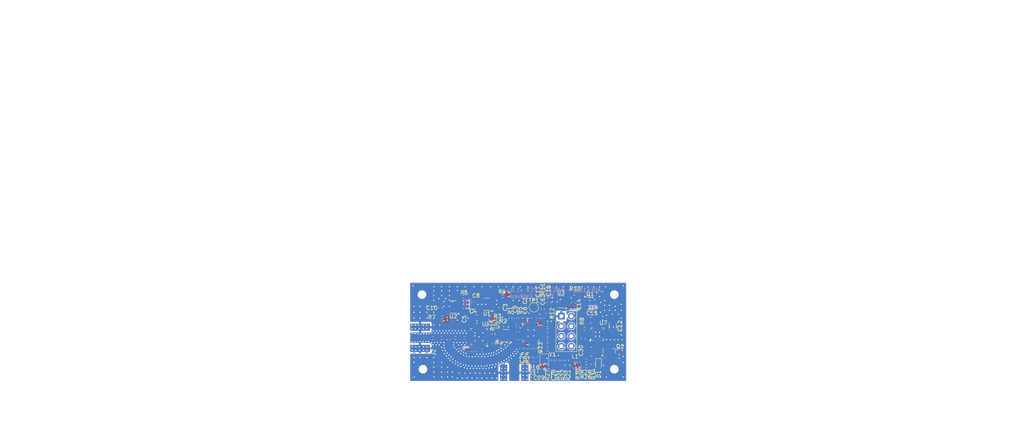
<source format=kicad_pcb>
(kicad_pcb (version 20241229) (generator "pcbnew") (generator_version "9.0")
  (title_block (title "ADF4158 + HMC319 PCB") (date "2025-04-25") (rev "v1.0") (company "Daniel Estévez"))
  (layers (0 "F.Cu" signal) (4 "In1.Cu" signal) (6 "In2.Cu" signal) (2 "B.Cu" signal) (13 "F.Paste" user) (15 "B.Paste" user) (5 "F.SilkS" user "F.Silkscreen") (7 "B.SilkS" user "B.Silkscreen") (1 "F.Mask" user) (3 "B.Mask" user) (25 "Edge.Cuts" user))
  (net 0 "")
  (net 1 "+3V3")
  (net 2 "GND")
  (net 3 "Net-(U6-RFINB)")
  (net 4 "Net-(U1-VOUT)")
  (net 5 "Net-(U5-+)")
  (net 6 "Net-(C7-Pad2)")
  (net 7 "Net-(U1-BP)")
  (net 8 "Net-(U2-OUT)")
  (net 9 "Net-(U3-OUT)")
  (net 10 "Net-(C17-Pad2)")
  (net 11 "+10V")
  (net 12 "Net-(U6-RFINA)")
  (net 13 "+3V0")
  (net 14 "Net-(U4-VTUNE)")
  (net 15 "Net-(U4-RFOUT)")
  (net 16 "/rf_out")
  (net 17 "Net-(C19-Pad2)")
  (net 18 "Net-(C21-Pad1)")
  (net 19 "Net-(C24-Pad1)")
  (net 20 "+12V")
  (net 21 "+5V")
  (net 22 "Net-(C24-Pad2)")
  (net 23 "Net-(U6-REFIN)")
  (net 24 "Net-(U7-EN)")
  (net 25 "Net-(U7-SS{slash}TR)")
  (net 26 "Net-(U7-VOS)")
  (net 27 "Net-(L1-Pad1)")
  (net 28 "/ADF4158 + HMC391/external_reference")
  (net 29 "Net-(Q2-G)")
  (net 30 "Net-(U5--)")
  (net 31 "Net-(U1-ON{slash}~{OFF})")
  (net 32 "Net-(U6-RSET)")
  (net 33 "Net-(U2-EN)")
  (net 34 "Net-(U6-MUXOUT)")
  (net 35 "/ADF4158 + HMC391/txdata")
  (net 36 "Net-(U6-LE)")
  (net 37 "/ADF4158 + HMC391/clk")
  (net 38 "/ADF4158 + HMC391/le")
  (net 39 "Net-(U6-SW1)")
  (net 40 "/ADF4158 + HMC391/data")
  (net 41 "Net-(U3-EN)")
  (net 42 "Net-(R14-Pad2)")
  (net 43 "/ADF4158 + HMC391/ce")
  (net 44 "Net-(R16-Pad1)")
  (net 45 "Net-(U6-DATA)")
  (net 46 "Net-(R26-Pad1)")
  (net 47 "/muxout")
  (net 48 "Net-(U6-CE)")
  (net 49 "Net-(U6-TXDATA)")
  (net 50 "Net-(U6-CLK)")
  (net 51 "Net-(U6-SW2)")
  (net 52 "Net-(Y1-Vcon)")
  (net 53 "Net-(Y1-OUT)")
  (net 54 "Net-(D1-K)")
  (net 55 "Net-(D1-A)")
  (net 56 "/Connectors/power")
  (footprint "Package_DFN_QFN:QFN-24-1EP_4x4mm_P0.5mm_EP2.8x2.8mm" (layer "F.Cu") (at 140.0125 101.7375 180)
    (property "Reference" "U4")
    (property "Value" "HMC391")
  )
  (footprint "Capacitor_SMD:C_0402_1005Metric" (layer "F.Cu") (at 136.27 102 180)
    (property "Reference" "C19" (hide yes))
    (property "Value" "100p")
  )
  (footprint "Resistor_SMD:R_0402_1005Metric" (layer "F.Cu") (at 157.5 101.25 180)
    (property "Reference" "R25" (hide yes))
    (property "Value" "330")
  )
  (footprint "Resistor_SMD:R_0402_1005Metric" (layer "F.Cu") (at 154.01 108.5 180)
    (property "Reference" "R19")
    (property "Value" "0")
  )
  (footprint "Capacitor_SMD:C_0402_1005Metric" (layer "F.Cu") (at 149.25 97.02 90)
    (property "Reference" "C9")
    (property "Value" "56p")
  )
  (footprint "ADF4158_HMC391_PCB:KT2016K" (layer "F.Cu") (at 157.25 108.25 90)
    (property "Reference" "Y1")
    (property "Value" "KT2016K")
  )
  (footprint "Capacitor_SMD:C_0402_1005Metric" (layer "F.Cu") (at 138.55 92.93 -90)
    (property "Reference" "C8")
    (property "Value" "10n")
  )
  (footprint "Capacitor_SMD:C_0402_1005Metric" (layer "F.Cu") (at 150.75 104.73 90)
    (property "Reference" "C20" (hide yes))
    (property "Value" "0.1u")
  )
  (footprint "Resistor_SMD:R_0402_1005Metric" (layer "F.Cu") (at 164.325 90.8 180)
    (property "Reference" "R13")
    (property "Value" "0")
  )
  (footprint "Package_TO_SOT_SMD:TSOT-23-5" (layer "F.Cu") (at 146.8625 101.45 180)
    (property "Reference" "U5")
    (property "Value" "AD8065")
  )
  (footprint "TestPoint:TestPoint_Pad_D2.0mm" (layer "F.Cu") (at 154 94.25)
    (property "Reference" "TP1")
    (property "Value" "TestPoint" (hide yes))
  )
  (footprint "Resistor_SMD:R_0402_1005Metric" (layer "F.Cu") (at 136.11 91.6 180)
    (property "Reference" "R6")
    (property "Value" "0")
  )
  (footprint "Resistor_SMD:R_0402_1005Metric" (layer "F.Cu") (at 167.36 109.25 180)
    (property "Reference" "R26")
    (property "Value" "330")
  )
  (footprint "Capacitor_SMD:C_0402_1005Metric" (layer "F.Cu") (at 128.26 102 180)
    (property "Reference" "C21" (hide yes))
    (property "Value" "100p")
  )
  (footprint "Inductor_SMD:L_1008_2520Metric" (layer "F.Cu") (at 168.675 105.5 180)
    (property "Reference" "L1")
    (property "Value" "2.2u")
  )
  (footprint "Capacitor_SMD:C_0402_1005Metric" (layer "F.Cu") (at 158.75 107.77 -90)
    (property "Reference" "C28")
    (property "Value" "10n")
  )
  (footprint "ADF4158_HMC391_PCB:WRL-23187" (layer "F.Cu") (at 149 110.9 -90)
    (property "Reference" "J3")
    (property "Value" "SMA")
  )
  (footprint "Capacitor_SMD:C_0402_1005Metric" (layer "F.Cu") (at 145.48 104 180)
    (property "Reference" "C23" (hide yes))
    (property "Value" "0.1u")
  )
  (footprint "Resistor_SMD:R_0402_1005Metric" (layer "F.Cu") (at 157.5 95.76 -90)
    (property "Reference" "R12")
    (property "Value" "0")
  )
  (footprint "Resistor_SMD:R_0402_1005Metric" (layer "F.Cu") (at 146.06 91.45 180)
    (property "Reference" "R4")
    (property "Value" "0")
  )
  (footprint "Package_CSP:LFCSP-24-1EP_4x4mm_P0.5mm_EP2.5x2.5mm" (layer "F.Cu") (at 153.25 100.825)
    (property "Reference" "U6" (hide yes))
    (property "Value" "ADF4158")
  )
  (footprint "MountingHole:MountingHole_2.2mm_M2_Pad" (layer "F.Cu") (at 125.5 91)
    (property "Reference" "H1" (hide yes))
    (property "Value" "MountingHole")
  )
  (footprint "Resistor_SMD:R_0402_1005Metric" (layer "F.Cu") (at 166.84 99.75)
    (property "Reference" "R8")
    (property "Value" "0")
  )
  (footprint "MountingHole:MountingHole_2.2mm_M2_Pad" (layer "F.Cu") (at 125.75 110)
    (property "Reference" "H3" (hide yes))
    (property "Value" "MountingHole")
  )
  (footprint "Resistor_SMD:R_0402_1005Metric" (layer "F.Cu") (at 157.76 109.5)
    (property "Reference" "R27")
    (property "Value" "10k")
  )
  (footprint "Package_TO_SOT_SMD:SOT-23-5" (layer "F.Cu") (at 160.8875 92.8 180)
    (property "Reference" "U3")
    (property "Value" "TLV74033P")
  )
  (footprint "Resistor_SMD:R_0402_1005Metric" (layer "F.Cu") (at 157.5 103.75 180)
    (property "Reference" "R28" (hide yes))
    (property "Value" "330")
  )
  (footprint "Capacitor_SMD:C_0402_1005Metric" (layer "F.Cu") (at 156 109.98 -90)
    (property "Reference" "C29")
    (property "Value" "10n")
  )
  (footprint "Capacitor_SMD:C_0402_1005Metric" (layer "F.Cu") (at 156.25 97 -90)
    (property "Reference" "C13")
    (property "Value" "0.1u")
  )
  (footprint "Resistor_SMD:R_0402_1005Metric" (layer "F.Cu") (at 148 97.01 -90)
    (property "Reference" "R1")
    (property "Value" "5.1k")
  )
  (footprint "Resistor_SMD:R_0402_1005Metric" (layer "F.Cu") (at 167.36 107.75 180)
    (property "Reference" "R29")
    (property "Value" "100k")
  )
  (footprint "Capacitor_SMD:C_0402_1005Metric" (layer "F.Cu") (at 152 104.73 90)
    (property "Reference" "C26" (hide yes))
    (property "Value" "10p")
  )
  (footprint "Resistor_SMD:R_0402_1005Metric" (layer "F.Cu") (at 157.52 100 180)
    (property "Reference" "R10" (hide yes))
    (property "Value" "330")
  )
  (footprint "Package_TO_SOT_SMD:SOT-23-5" (layer "F.Cu") (at 142.05 93.45 180)
    (property "Reference" "U1")
    (property "Value" "LP2985-10.0")
  )
  (footprint "Capacitor_SMD:C_1206_3216Metric" (layer "F.Cu") (at 174.1 98.975 -90)
    (property "Reference" "C12")
    (property "Value" "3.3u")
  )
  (footprint "Resistor_SMD:R_0402_1005Metric" (layer "F.Cu") (at 154.5 106.99 -90)
    (property "Reference" "R24")
    (property "Value" "0")
  )
  (footprint "Resistor_SMD:R_0402_1005Metric" (layer "F.Cu") (at 165.35 108.25 -90)
    (property "Reference" "R30")
    (property "Value" "0")
  )
  (footprint "Resistor_SMD:R_0402_1005Metric" (layer "F.Cu") (at 160 107.74 90)
    (property "Reference" "R31")
    (property "Value" "10k")
  )
  (footprint "Package_TO_SOT_SMD:SOT-23-5" (layer "F.Cu") (at 133.4625 94.15 180)
    (property "Reference" "U2")
    (property "Value" "TLV74130P")
  )
  (footprint "LED_SMD:LED_0603_1608Metric" (layer "F.Cu") (at 170.5 108.7875 -90)
    (property "Reference" "D1")
    (property "Value" "LED")
  )
  (footprint "Package_TO_SOT_SMD:SOT-23-3" (layer "F.Cu") (at 168.3625 93.25)
    (property "Reference" "Q1")
    (property "Value" "DMP3099L-13")
  )
  (footprint "Package_TO_SOT_SMD:SOT-23" (layer "F.Cu") (at 173.2 105.3125 90)
    (property "Reference" "Q2")
    (property "Value" "2N7002BK")
  )
  (footprint "Resistor_SMD:R_0402_1005Metric" (layer "F.Cu") (at 157.5 105 180)
    (property "Reference" "R32" (hide yes))
    (property "Value" "330")
  )
  (footprint "Resistor_SMD:R_0402_1005Metric" (layer "F.Cu") (at 132.25 102.51 90)
    (property "Reference" "R18" (hide yes))
    (property "Value" "18")
  )
  (footprint "Resistor_SMD:R_0402_1005Metric" (layer "F.Cu") (at 157.52 102.5 180)
    (property "Reference" "R33" (hide yes))
    (property "Value" "330")
  )
  (footprint "Package_DFN_QFN:VQFN-16-1EP_3x3mm_P0.5mm_EP1.68x1.68mm" (layer "F.Cu") (at 170.18 101.08 90)
    (property "Reference" "U7")
    (property "Value" "TPS62143")
  )
  (footprint "Capacitor_SMD:C_0402_1005Metric" (layer "F.Cu") (at 155 97.02 -90)
    (property "Reference" "C11")
    (property "Value" "10p")
  )
  (footprint "ADF4158_HMC391_PCB:2484637-1" (layer "F.Cu") (at 122.5 102 180)
    (property "Reference" "J2")
    (property "Value" "SMA")
  )
  (footprint "Resistor_SMD:R_0402_1005Metric" (layer "F.Cu") (at 156.25 94.74 90)
    (property "Reference" "R11")
    (property "Value" "1.8k")
  )
  (footprint "Resistor_SMD:R_0402_1005Metric" (layer "F.Cu") (at 146.26 98.75 180)
    (property "Reference" "R2")
    (property "Value" "1k")
  )
  (footprint "Resistor_SMD:R_0402_1005Metric" (layer "F.Cu") (at 142.56 96.95)
    (property "Reference" "R3")
    (property "Value" "0")
  )
  (footprint "Resistor_SMD:R_0402_1005Metric" (layer "F.Cu") (at 143.75 101.01 -90)
    (property "Reference" "R14")
    (property "Value" "2k")
  )
  (footprint "Capacitor_SMD:C_0603_1608Metric" (layer "F.Cu") (at 145.55 94.275 90)
    (property "Reference" "C3")
    (property "Value" "1u")
  )
  (footprint "MountingHole:MountingHole_2.2mm_M2_Pad" (layer "F.Cu") (at 174.5 91)
    (property "Reference" "H2" (hide yes))
    (property "Value" "MountingHole")
  )
  (footprint "Capacitor_SMD:C_0805_2012Metric" (layer "F.Cu") (at 139.5 96.95 180)
    (property "Reference" "C4")
    (property "Value" "4.7u")
  )
  (footprint "Capacitor_SMD:C_0402_1005Metric" (layer "F.Cu") (at 136.3 94.62 90)
    (property "Reference" "C5")
    (property "Value" "0.1u")
  )
  (footprint "Capacitor_SMD:C_0402_1005Metric" (layer "F.Cu") (at 151.75 97.02 -90)
    (property "Reference" "C6")
    (property "Value" "0.1u")
  )
  (footprint "Resistor_SMD:R_0402_1005Metric" (layer "F.Cu") (at 169 108.74 -90)
    (property "Reference" "R34")
    (property "Value" "330")
  )
  (footprint "Capacitor_SMD:C_0603_1608Metric" (layer "F.Cu") (at 166.6 102.225 90)
    (property "Reference" "C30")
    (property "Value" "22u")
  )
  (footprint "Capacitor_SMD:C_0603_1608Metric" (layer "F.Cu") (at 157.825 93.025 90)
    (property "Reference" "C16")
    (property "Value" "1u")
  )
  (footprint "Capacitor_SMD:C_0603_1608Metric" (layer "F.Cu") (at 130.1 94.375 90)
    (property "Reference" "C10")
    (property "Value" "1u")
  )
  (footprint "Capacitor_SMD:C_0402_1005Metric" (layer "F.Cu") (at 140.8125 105.25)
    (property "Reference" "C18" (hide yes))
    (property "Value" "68p")
  )
  (footprint "Capacitor_SMD:C_0402_1005Metric" (layer "F.Cu") (at 150 102.48 -90)
    (property "Reference" "C17" (hide yes))
    (property "Value" "100p")
  )
  (footprint "Resistor_SMD:R_0402_1005Metric" (layer "F.Cu") (at 143.75 103.51 -90)
    (property "Reference" "R17" (hide yes))
    (property "Value" "1k")
  )
  (footprint "Resistor_SMD:R_0402_1005Metric" (layer "F.Cu") (at 130.5 102.01 180)
    (property "Reference" "R16" (hide yes))
    (property "Value" "18")
  )
  (footprint "Connector_PinHeader_2.54mm:PinHeader_2x04_P2.54mm_Vertical" (layer "F.Cu") (at 161 96.5)
    (property "Reference" "J1" (hide yes))
    (property "Value" "Conn_02x04_Odd_Even" (hide yes))
  )
  (footprint "Resistor_SMD:R_0402_1005Metric" (layer "F.Cu") (at 161.25 107.74 90)
    (property "Reference" "R22")
    (property "Value" "10k")
  )
  (footprint "Resistor_SMD:R_0402_1005Metric" (layer "F.Cu") (at 157.52 98.75)
    (property "Reference" "R9" (hide yes))
    (property "Value" "330")
  )
  (footprint "Capacitor_SMD:C_0402_1005Metric" (layer "F.Cu") (at 139 105.5 90)
    (property "Reference" "C27" (hide yes))
    (property "Value" "10p")
  )
  (footprint "Capacitor_SMD:C_0402_1005Metric" (layer "F.Cu") (at 149.52 98.75 180)
    (property "Reference" "C7" (hide yes))
    (property "Value" "390p")
  )
  (footprint "Resistor_SMD:R_0402_1005Metric" (layer "F.Cu") (at 162.5 107.75 -90)
    (property "Reference" "R21")
    (property "Value" "10k")
  )
  (footprint "Resistor_SMD:R_0402_1005Metric" (layer "F.Cu") (at 150.5 96.99 -90)
    (property "Reference" "R5")
    (property "Value" "5.1k")
  )
  (footprint "Capacitor_SMD:C_0402_1005Metric" (layer "F.Cu") (at 150 100.5 90)
    (property "Reference" "C2" (hide yes))
    (property "Value" "100p")
  )
  (footprint "Capacitor_SMD:C_0402_1005Metric" (layer "F.Cu") (at 153.25 104.75 90)
    (property "Reference" "C25" (hide yes))
    (property "Value" "1n")
  )
  (footprint "Capacitor_SMD:C_0603_1608Metric" (layer "F.Cu") (at 164.075 93.075 90)
    (property "Reference" "C14")
    (property "Value" "1u")
  )
  (footprint "Capacitor_SMD:C_0402_1005Metric" (layer "F.Cu") (at 153.25 106.98 90)
    (property "Reference" "C24")
    (property "Value" "1n")
  )
  (footprint "Resistor_SMD:R_0402_1005Metric" (layer "F.Cu") (at 133.99 102.01 180)
    (property "Reference" "R20" (hide yes))
    (property "Value" "18")
  )
  (footprint "Capacitor_SMD:C_0402_1005Metric" (layer "F.Cu") (at 137.75 105.52 90)
    (property "Reference" "C22" (hide yes))
    (property "Value" "0.1u")
  )
  (footprint "Capacitor_SMD:C_0402_1005Metric" (layer "F.Cu") (at 153 97.02 -90)
    (property "Reference" "C1")
    (property "Value" "10p")
  )
  (footprint "Capacitor_SMD:C_0805_2012Metric" (layer "F.Cu") (at 168.55 97.5 180)
    (property "Reference" "C15")
    (property "Value" "10u")
  )
  (footprint "MountingHole:MountingHole_2.2mm_M2_Pad" (layer "F.Cu") (at 174.5 110)
    (property "Reference" "H4" (hide yes))
    (property "Value" "MountingHole")
  )
  (footprint "Resistor_SMD:R_0402_1005Metric" (layer "F.Cu") (at 130.59 96.8)
    (property "Reference" "R7")
    (property "Value" "0")
  )
  (footprint "Resistor_SMD:R_0402_1005Metric" (layer "F.Cu") (at 154.5 104.74 -90)
    (property "Reference" "R23")
    (property "Value" "51")
  )
  (gr_poly (pts (xy 143.85 92.75) (xy 143.85 91.75) (xy 145.85 91.75) (xy 145.85 91.05) (xy 142.55 91.05) (xy 142.55 92.75)) (stroke (width 0.2)) (fill yes) (layer "F.Cu") (net 31))
  (gr_poly (pts (xy 135.3 93.5) (xy 135.3 92) (xy 135.9 92) (xy 135.9 91.2) (xy 134 91.2) (xy 134 93.5)) (stroke (width 0.2)) (fill yes) (layer "F.Cu") (net 33))
  (gr_poly (pts (xy 129.5 94.8) (xy 129.5 97.1) (xy 130.4 97.1) (xy 130.4 95.6) (xy 133.2 95.6) (xy 133.2 94.8)) (stroke (width 0.2)) (fill yes) (layer "F.Cu") (net 8))
  (gr_poly (pts (xy 164.625 93) (xy 164.625 91.6) (xy 163.125 91.6) (xy 163.125 92.5) (xy 161.025 92.5) (xy 161 91) (xy 156.925 91) (xy 156.925 93)) (stroke (width 0.2)) (fill yes) (layer "F.Cu") (net 2))
  (gr_poly (pts (xy 158 94.5) (xy 158 95.5) (xy 157 95.5) (xy 157.025 93.4) (xy 160.625 93.4) (xy 160.625 94.5)) (stroke (width 0.2)) (fill yes) (layer "F.Cu") (net 9))
  (gr_poly (pts (xy 161.425 92.1) (xy 162.725 92.1) (xy 162.725 91) (xy 164.025 91) (xy 164.025 90.4) (xy 161.425 90.4)) (stroke (width 0.2)) (fill yes) (layer "F.Cu") (net 41))
  (gr_poly (pts (xy 142.75 96.45) (xy 144.25 96.45) (xy 144.25 98) (xy 142.75 98)) (stroke (width 0.2)) (fill yes) (layer "F.Cu") (net 11))
  (gr_poly (pts (xy 133.9 94.8) (xy 133.9 95.7) (xy 137.3 95.7) (xy 137.3 91.1) (xy 136.3 91.1) (xy 136.3 92) (xy 137 92) (xy 137 94.8)) (stroke (width 0.2)) (fill yes) (layer "F.Cu") (net 21))
  (gr_poly (pts (xy 168.8 96.5) (xy 168.8 99) (xy 169.1 99.6) (xy 170 99.6) (xy 170 99.149999) (xy 170.3 98.4) (xy 170.3 96.5)) (stroke (width 0.2)) (fill yes) (layer "F.Cu") (net 24))
  (gr_poly (pts (xy 170.4 103) (xy 171.1 103.7) (xy 171.1 106.5) (xy 168.6 106.5) (xy 168.6 105.3) (xy 168.6 103.5) (xy 169.4 103.1) (xy 169.4 102.3) (xy 170.4 102.3)) (stroke (width 0.2)) (fill yes) (layer "F.Cu") (net 27))
  (gr_poly (pts (xy 139.15 97.95) (xy 139.15 93.75) (xy 145.95 93.7) (xy 145.95 92.15) (xy 144.25 92.15) (xy 144.25 93.15) (xy 138.05 93.15) (xy 138.05 97.95)) (stroke (width 0.2)) (fill yes) (layer "F.Cu") (net 2))
  (gr_poly (pts (xy 157 108) (xy 160.25 108) (xy 160.25 108.5) (xy 158.5 109.75) (xy 158 109.75) (xy 158 108.9) (xy 157.25 108.5) (xy 157 108.5)) (stroke (width 0.2)) (fill yes) (layer "F.Cu") (net 52))
  (gr_poly (pts (xy 165.025 93.4) (xy 165.025 90.6) (xy 165.425 90.6) (xy 165.425 94.6) (xy 161.125 94.6) (xy 161.125 93.4)) (stroke (width 0.2)) (fill yes) (layer "F.Cu") (net 21))
  (gr_poly (pts (xy 156.5 108) (xy 156.5 108.75) (xy 157.5 109.25) (xy 157.5 109.75) (xy 155.5 109.75) (xy 155.5 108)) (stroke (width 0.2)) (fill yes) (layer "F.Cu") (net 1))
  (gr_poly (pts (xy 142.55 94.15) (xy 144.65 94.15) (xy 145.35 94.55) (xy 146.35 94.55) (xy 146.35 90.25) (xy 147.75 90.25) (xy 147.75 92) (xy 146.95 92) (xy 146.95 95.75) (xy 142.55 95.75)) (stroke (width 0.2)) (fill yes) (layer "F.Cu") (net 20))
  (gr_poly (pts (xy 175.2 99.7) (xy 172.4 99.7) (xy 171.927272 100.35) (xy 171 100.35) (xy 171 101.8) (xy 172.7 101.8) (xy 172.7 101.1) (xy 175.2 101.1)) (stroke (width 0.2)) (fill yes) (layer "F.Cu") (net 2))
  (gr_poly (pts (xy 130.8 96.3) (xy 132.3 96.3) (xy 132.3 98.1) (xy 130.8 98.1)) (stroke (width 0.2)) (fill yes) (layer "F.Cu") (net 13))
  (gr_rect (start 137.5 104.75) (end 139.25 105.25) (stroke (width 0.2)) (fill yes) (layer "F.Cu") (net 13))
  (gr_rect (start 151.5 97.25) (end 153.25 97.75) (stroke (width 0.2)) (fill yes) (layer "F.Cu") (net 1))
  (gr_poly (pts (xy 154.75 98) (xy 154.75 97.25) (xy 156.5 97.25) (xy 156.5 97.75) (xy 155.75 99.5) (xy 155 99.5) (xy 154.5 99) (xy 154.5 98.5)) (stroke (width 0.2)) (fill yes) (layer "F.Cu") (net 1))
  (gr_poly (pts (xy 136.5 94.3) (xy 136.5 92.4) (xy 135.7 92.4) (xy 135.7 93.9) (xy 133.6 93.9) (xy 133.6 92.5) (xy 129.5 92.5) (xy 129.5 94.3)) (stroke (width 0.2)) (fill yes) (layer "F.Cu") (net 2))
  (gr_poly (pts (xy 151.5 102.1) (xy 151.65 102.1) (xy 151.85 102.5) (xy 152.5 102.5) (xy 152.5 104.5) (xy 151 104.5) (xy 151 104) (xy 151.5 104)) (stroke (width 0.2)) (fill yes) (layer "F.Cu") (net 1))
  (gr_rect (start 138.25 91.15) (end 141.55 92.75) (stroke (width 0.2)) (fill yes) (layer "F.Cu") (net 7))
  (gr_poly (pts (xy 168 101.2) (xy 168.3 101.3) (xy 169.4 101.3) (xy 169.4 101.8) (xy 166.2 101.8) (xy 166.2 101.2)) (stroke (width 0.2)) (fill yes) (layer "F.Cu") (net 2))
  (gr_poly (pts (xy 165.9 102.4) (xy 167.3 102.4) (xy 168.2 104.4) (xy 168.2 106.6) (xy 165.9 106.6)) (stroke (width 0.2)) (fill yes) (layer "F.Cu") (net 26))
  (gr_poly (pts (xy 142.05 97.25) (xy 141.05 97.95) (xy 140.05 97.95) (xy 140.05 94.15) (xy 142.05 94.15) (xy 142.05 96.45)) (stroke (width 0.2)) (fill yes) (layer "F.Cu") (net 4))
  (gr_poly (pts (xy 165.75 108.5) (xy 165.75 109.75) (xy 164.5 109.75) (xy 164 108.75) (xy 164.25 108.5)) (stroke (width 0.2)) (fill yes) (layer "F.Cu") (net 21))
  (gr_rect (start 122.5 88) (end 177.5 113) (stroke (width 0.05)) (fill no) (layer "Edge.Cuts"))
  (gr_text "ADF4158 + HMC391 PCB v1.0\nDaniel Estévez" (at 148 92 0) (layer "B.SilkS") (effects (font (size 1 1) (thickness 0.1)) (justify right bottom mirror)))
  (segment (start 156.559999 97.48) (end 156.25 97.48) (width 0.4) (layer "F.Cu") (net 1))
  (segment (start 159.349 110.151) (end 157.8339 110.151) (width 0.2) (layer "F.Cu") (net 1))
  (segment (start 161.25 108.25) (end 159.349 110.151) (width 0.2) (layer "F.Cu") (net 1))
  (segment (start 153 98.8875) (end 153 97.5) (width 0.2) (layer "F.Cu") (net 1))
  (segment (start 157.25 109.5671) (end 157.25 109.5) (width 0.2) (layer "F.Cu") (net 1))
  (segment (start 157.8339 110.151) (end 157.25 109.5671) (width 0.2) (layer "F.Cu") (net 1))
  (segment (start 155.5 98.375) (end 155.5 98.25) (width 0.4) (layer "F.Cu") (net 1))
  (segment (start 157.5 96.539999) (end 156.559999 97.48) (width 0.4) (layer "F.Cu") (net 1))
  (segment (start 157.5 96.27) (end 157.5 96.539999) (width 0.4) (layer "F.Cu") (net 1))
  (via (at 155 98.25) (size 0.6) (drill 0.3) (layers "F.Cu" "B.Cu") (net 1))
  (via (at 156.75 109.75) (size 0.6) (drill 0.3) (layers "F.Cu" "B.Cu") (net 1))
  (via (at 152.375 97.5) (size 0.6) (drill 0.3) (layers "F.Cu" "B.Cu") (net 1))
  (via (at 155.75 109) (size 0.6) (drill 0.3) (layers "F.Cu" "B.Cu") (net 1))
  (via (at 155.75 98.75) (size 0.6) (drill 0.3) (layers "F.Cu" "B.Cu") (net 1))
  (via (at 156.483602 108.890226) (size 0.6) (drill 0.3) (layers "F.Cu" "B.Cu") (net 1))
  (via (at 152.25 103.75) (size 0.6) (drill 0.3) (layers "F.Cu" "B.Cu") (net 1))
  (segment (start 138.9875 102.4875) (end 139 102.5) (width 0.2) (layer "F.Cu") (net 2))
  (segment (start 152.75 96.29) (end 153 96.54) (width 0.4) (layer "F.Cu") (net 2))
  (segment (start 138.025 101.4875) (end 139.7625 101.4875) (width 0.2) (layer "F.Cu") (net 2))
  (segment (start 172.5 99.8) (end 172.5 99.3) (width 0.4) (layer "F.Cu") (net 2))
  (segment (start 138.025 100.4875) (end 137.3 100.4875) (width 0.2) (layer "F.Cu") (net 2))
  (segment (start 150.5 99.52) (end 150 100.02) (width 0.2) (layer "F.Cu") (net 2))
  (segment (start 140.2625 99.1) (end 140.3 99.1) (width 0.2) (layer "F.Cu") (net 2))
  (segment (start 149.88103 100.02) (end 150 100.02) (width 0.4) (layer "F.Cu") (net 2))
  (segment (start 153.5 102.7625) (end 154 102.7625) (width 0.2) (layer "F.Cu") (net 2))
  (segment (start 139.7625 103.725) (end 139.7625 103) (width 0.2) (layer "F.Cu") (net 2))
  (segment (start 137.5125 102.4875) (end 136.8 103.2) (width 0.2) (layer "F.Cu") (net 2))
  (segment (start 151.3125 100.075) (end 152.5 100.075) (width 0.2) (layer "F.Cu") (net 2))
  (segment (start 142 101.9875) (end 142.6 101.9875) (width 0.2) (layer "F.Cu") (net 2))
  (segment (start 137.4875 101.4875) (end 136.8 100.8) (width 0.2) (layer "F.Cu") (net 2))
  (segment (start 154 102.7625) (end 154 102) (width 0.2) (layer "F.Cu") (net 2))
  (segment (start 142 101.9875) (end 141 101.9875) (width 0.2) (layer "F.Cu") (net 2))
  (segment (start 149.289 100.61203) (end 149.88103 100.02) (width 0.4) (layer "F.Cu") (net 2))
  (segment (start 125 99.3) (end 125 100.5) (width 0.4) (layer "F.Cu") (net 2))
  (segment (start 149.289 100.961) (end 149.289 100.61203) (width 0.4) (layer "F.Cu") (net 2))
  (segment (start 141.2625 103) (end 141 103) (width 0.2) (layer "F.Cu") (net 2))
  (segment (start 156.23 96.54) (end 156.25 96.52) (width 0.4) (layer "F.Cu") (net 2))
  (segment (start 138.025 102.9875) (end 138.9875 102.9875) (width 0.2) (layer "F.Cu") (net 2))
  (segment (start 148.6 95.9) (end 148 96.5) (width 0.4) (layer "F.Cu") (net 2))
  (segment (start 138.025 102.9875) (end 137.4 102.9875) (width 0.2) (layer "F.Cu") (net 2))
  (segment (start 142 100.9875) (end 141 100.9875) (width 0.2) (layer "F.Cu") (net 2))
  (segment (start 141.2625 99.75) (end 141.2625 99.1) (width 0.2) (layer "F.Cu") (net 2))
  (segment (start 140.2625 99.75) (end 140.2625 99.1) (width 0.2) (layer "F.Cu") (net 2))
  (segment (start 155.5 96) (end 155.5 96.04) (width 0.4) (layer "F.Cu") (net 2))
  (segment (start 138.7625 103.725) (end 138.7625 103) (width 0.2) (layer "F.Cu") (net 2))
  (segment (start 140.7625 99.75) (end 140.7625 100.5) (width 0.2) (layer "F.Cu") (net 2))
  (segment (start 150.5 99.5) (end 150.5 99.52) (width 0.2) (layer "F.Cu") (net 2))
  (segment (start 130.1 93.6) (end 128.9 93.6) (width 0.4) (layer "F.Cu") (net 2))
  (segment (start 161.217479 92.601) (end 161.3569 92.601) (width 0.4) (layer "F.Cu") (net 2))
  (segment (start 139.2625 99.75) (end 139.2625 100.5) (width 0.2) (layer "F.Cu") (net 2))
  (segment (start 141 101.4875) (end 141 101.5) (width 0.2) (layer "F.Cu") (net 2))
  (segment (start 147.337501 101.45) (end 146.7885 100.900999) (width 0.4) (layer "F.Cu") (net 2))
  (segment (start 141.2625 99.1) (end 141.3 99.1) (width 0.2) (layer "F.Cu") (net 2))
  (segment (start 129.75 92) (end 129.75 92.65) (width 0.4) (layer "F.Cu") (net 2))
  (segment (start 139 105.98) (end 139 106.7) (width 0.4) (layer "F.Cu") (net 2))
  (segment (start 138.7625 103) (end 139 103) (width 0.2) (layer "F.Cu") (net 2))
  (segment (start 152.75 95.75) (end 152.75 96.29) (width 0.4) (layer "F.Cu") (net 2))
  (segment (start 139.7625 103.725) (end 139.7515 103.736) (width 0.2) (layer "F.Cu") (net 2))
  (segment (start 140.7625 103.725) (end 140.7625 103) (width 0.2) (layer "F.Cu") (net 2))
  (segment (start 141.2625 103.725) (end 141.8 103.725) (width 0.2) (layer "F.Cu") (net 2))
  (segment (start 173.1 100.75) (end 173.1 100.4) (width 0.4) (layer "F.Cu") (net 2))
  (segment (start 172.4 102.4) (end 172.4 101.8) (width 0.4) (layer "F.Cu") (net 2))
  (segment (start 138.025 102.4875) (end 137.5125 102.4875) (width 0.2) (layer "F.Cu") (net 2))
  (segment (start 160.75 90.45) (end 160.7 90.4) (width 0.4) (layer "F.Cu") (net 2))
  (segment (start 142 100.9875) (end 142.6 100.9875) (width 0.2) (layer "F.Cu") (net 2))
  (segment (start 148.7 95.9) (end 148.6 95.9) (width 0.4) (layer "F.Cu") (net 2))
  (segment (start 154 102.7625) (end 154 103.73) (width 0.2) (layer "F.Cu") (net 2))
  (segment (start 142.6 100.4875) (end 142.6 100.5) (width 0.2) (layer "F.Cu") (net 2))
  (segment (start 137.4 102.9875) (end 137.4 103) (width 0.2) (layer "F.Cu") (net 2))
  (segment (start 141.2625 99.75) (end 141.2625 100.5) (width 0.2) (layer "F.Cu") (net 2))
  (segment (start 140.7625 99.75) (end 140.7625 99.1) (width 0.2) (layer "F.Cu") (net 2))
  (segment (start 149.9 95.9) (end 150 96) (width 0.4) (layer "F.Cu") (net 2))
  (segment (start 136.9875 100.9875) (end 136.8 100.8) (width 0.2) (layer "F.Cu") (net 2))
  (segment (start 138.7625 103.725) (end 138 103.725) (width 0.2) (layer "F.Cu") (net 2))
  (segment (start 146.7885 98.7685) (end 146.77 98.75) (width 0.4) (layer "F.Cu") (net 2))
  (segment (start 160.775 92) (end 160.775 92.158521) (width 0.4) (layer "F.Cu") (net 2))
  (segment (start 150.575 99.575) (end 150.5 99.5) (width 0.2) (layer "F.Cu") (net 2))
  (segment (start 141 100.9875) (end 141 101) (width 0.2) (layer "F.Cu") (net 2))
  (segment (start 138.9875 102.9875) (end 139 103) (width 0.2) (layer "F.Cu") (net 2))
  (segment (start 138.7625 99.75) (end 138.7625 99.1) (width 0.2) (layer "F.Cu") (net 2))
  (segment (start 148 101.45) (end 147.337501 101.45) (width 0.4) (layer "F.Cu") (net 2))
  (segment (start 138.025 101.4875) (end 137.4875 101.4875) (width 0.2) (layer "F.Cu") (net 2))
  (segment (start 139.2625 100.5) (end 139 100.5) (width 0.2) (layer "F.Cu") (net 2))
  (segment (start 155.73 96) (end 156.25 96.52) (width 0.4) (layer "F.Cu") (net 2))
  (segment (start 167.45 101.45) (end 168.5 102.5) (width 0.4) (layer "F.Cu") (net 2))
  (segment (start 155.5 96.04) (end 155 96.54) (width 0.4) (layer "F.Cu") (net 2))
  (segment (start 166.6 101.45) (end 167.45 101.45) (width 0.4) (layer "F.Cu") (net 2))
  (segment (start 142 102.9875) (end 141 102.9875) (width 0.2) (layer "F.Cu") (net 2))
  (segment (start 172.5 102.5) (end 172.4 102.4) (width 0.4) (layer "F.Cu") (net 2))
  (segment (start 139.7515 103.736) (end 139.7515 105) (width 0.2) (layer "F.Cu") (net 2))
  (segment (start 148.7 95.9) (end 148.7 95.99) (width 0.4) (layer "F.Cu") (net 2))
  (segment (start 157.3 90.4) (end 157.3 91.2) (width 0.4) (layer "F.Cu") (net 2))
  (segment (start 149.26 96.54) (end 149.9 95.9) (width 0.4) (layer "F.Cu") (net 2))
  (segment (start 157.825 92.25) (end 156.45 92.25) (width 0.4) (layer "F.Cu") (net 2))
  (segment (start 141.8 103.725) (end 141.8 103.7) (width 0.2) (layer "F.Cu") (net 2))
  (segment (start 148.7 95.99) (end 149.25 96.54) (width 0.4) (layer "F.Cu") (net 2))
  (segment (start 139.7625 99.75) (end 139.7625 100.5) (width 0.2) (layer "F.Cu") (net 2))
  (segment (start 142 100.4875) (end 141 100.4875) (width 0.2) (layer "F.Cu") (net 2))
  (segment (start 153.25 100.825) (end 153.5 101.075) (width 0.2) (layer "F.Cu") (net 2))
  (segment (start 138.7625 100.5) (end 139 100.5) (width 0.2) (layer "F.Cu") (net 2))
  (segment (start 172.6 99.9) (end 172.5 99.8) (width 0.4) (layer "F.Cu") (net 2))
  (segment (start 154 103.73) (end 154.5 104.23) (width 0.2) (layer "F.Cu") (net 2))
  (segment (start 138.8 100.4875) (end 138.8 100.5) (width 0.2) (layer "F.Cu") (net 2))
  (segment (start 136.475 103.725) (end 136.4 103.8) (width 0.2) (layer "F.Cu") (net 2))
  (segment (start 149.92 95.9) (end 150.5 96.48) (width 0.4) (layer "F.Cu") (net 2))
  (segment (start 150.555 100.575) (end 150 100.02) (width 0.2) (layer "F.Cu") (net 2))
  (segment (start 155 96.54) (end 156.23 96.54) (width 0.4) (layer "F.Cu") (net 2))
  (segment (start 138.025 100.9875) (end 136.9875 100.9875) (width 0.2) (layer "F.Cu") (net 2))
  (segment (start 131.5 92.4) (end 131.1 92.8) (width 0.4) (layer "F.Cu") (net 2))
  (segment (start 153.5 102.7625) (end 153.5 103.23) (width 0.2) (layer "F.Cu") (net 2))
  (segment (start 140.7625 100.5) (end 140.5 100.5) (width 0.2) (layer "F.Cu") (net 2))
  (segment (start 149.25 96.54) (end 149.26 96.54) (width 0.4) (layer "F.Cu") (net 2))
  (segment (start 152.5 100.075) (end 153.25 100.825) (width 0.2) (layer "F.Cu") (net 2))
  (segment (start 155.5 96) (end 155.73 96) (width 0.4) (layer "F.Cu") (net 2))
  (segment (start 151.3125 99.575) (end 150.575 99.575) (width 0.2) (layer "F.Cu") (net 2))
  (segment (start 138 103.725) (end 136.475 103.725) (width 0.2) (layer "F.Cu") (net 2))
  (segment (start 140.2625 100.5) (end 140 100.5) (width 0.2) (layer "F.Cu") (net 2))
  (segment (start 138.9875 100.9875) (end 139 101) (width 0.2) (layer "F.Cu") (net 2))
  (segment (start 154.5 104.23) (end 154.98 104.23) (width 0.4) (layer "F.Cu") (net 2))
  (segment (start 137.75 106) (end 137.75 106.55) (width 0.4) (layer "F.Cu") (net 2))
  (segment (start 149.9 95.9) (end 149.92 95.9) (width 0.4) (layer "F.Cu") (net 2))
  (segment (start 151.3125 100.575) (end 151.3125 100.075) (width 0.2) (layer "F.Cu") (net 2))
  (segment (start 140.7625 99.1) (end 140.8 99.1) (width 0.2) (layer "F.Cu") (net 2))
  (segment (start 141 101.9875) (end 141 102) (width 0.2) (layer "F.Cu") (net 2))
  (segment (start 137.3 100.4875) (end 137.3 100.5) (width 0.2) (layer "F.Cu") (net 2))
  (segment (start 142 100.4875) (end 142.6 100.4875) (width 0.2) (layer "F.Cu") (net 2))
  (segment (start 150.055 100.075) (end 150 100.02) (width 0.2) (layer "F.Cu") (net 2))
  (segment (start 151.3125 99.575) (end 151.3635 99.626) (width 0.2) (layer "F.Cu") (net 2))
  (segment (start 151.75 95.75) (end 151.75 96.54) (width 0.4) (layer "F.Cu") (net 2))
  (segment (start 141 102.9875) (end 141 103) (width 0.2) (layer "F.Cu") (net 2))
  (segment (start 138.7625 99.1) (end 138.8 99.1) (width 0.2) (layer "F.Cu") (net 2))
  (segment (start 158.7 91.8) (end 158.7 90.4) (width 0.4) (layer "F.Cu") (net 2))
  (segment (start 142.6 102.4875) (end 142.6 102.5) (width 0.2) (layer "F.Cu") (net 2))
  (segment (start 168.7175 102.2825) (end 168.5 102.5) (width 0.4) (layer "F.Cu") (net 2))
  (segment (start 139.2625 99.75) (end 139.2625 99.1) (width 0.2) (layer "F.Cu") (net 2))
  (segment (start 139.7625 100.5) (end 139.5 100.5) (width 0.2) (layer "F.Cu") (net 2))
  (segment (start 148 101.45) (end 148.8 101.45) (width 0.4) (layer "F.Cu") (net 2))
  (segment (start 139.7625 99.75) (end 139.7625 99.1) (width 0.2) (layer "F.Cu") (net 2))
  (segment (start 154.98 104.23) (end 155.25 104.5) (width 0.4) (layer "F.Cu") (net 2))
  (segment (start 139.7625 103) (end 140 103) (width 0.2) (layer "F.Cu") (net 2))
  (segment (start 157.3 89.7) (end 157.3 90.4) (width 0.4) (layer "F.Cu") (net 2))
  (segment (start 151.3125 100.075) (end 150.055 100.075) (width 0.2) (layer "F.Cu") (net 2))
  (segment (start 139.7625 101.4875) (end 140.0125 101.7375) (width 0.2) (layer "F.Cu") (net 2))
  (segment (start 142 102.4875) (end 141 102.4875) (width 0.2) (layer "F.Cu") (net 2))
  (segment (start 158 89) (end 157.3 89.7) (width 0.4) (layer "F.Cu") (net 2))
  (segment (start 139 106.7) (end 139.1 106.8) (width 0.4) (layer "F.Cu") (net 2))
  (segment (start 129.75 92.65) (end 129.8 92.7) (width 0.4) (layer "F.Cu") (net 2))
  (segment (start 168.7175 101.83) (end 168.7175 102.2825) (width 0.4) (layer "F.Cu") (net 2))
  (segment (start 141 102.4875) (end 141 102.5) (width 0.2) (layer "F.Cu") (net 2))
  (segment (start 142 102.4875) (end 142.6 102.4875) (width 0.2) (layer "F.Cu") (net 2))
  (segment (start 138.025 100.9875) (end 138.9875 100.9875) (width 0.2) (layer "F.Cu") (net 2))
  (segment (start 141 100.4875) (end 141 100.5) (width 0.2) (layer "F.Cu") (net 2))
  (segment (start 141.2625 103.725) (end 141.2625 103) (width 0.2) (layer "F.Cu") (net 2))
  (segment (start 141.2625 100.5) (end 141 100.5) (width 0.2) (layer "F.Cu") (net 2))
  (segment (start 140.7625 103) (end 141 103) (width 0.2) (layer "F.Cu") (net 2))
  (segment (start 140.2625 99.75) (end 140.2625 100.5) (width 0.2) (layer "F.Cu") (net 2))
  (segment (start 153.5 103.23) (end 154 103.73) (width 0.2) (layer "F.Cu") (net 2))
  (segment (start 167.6 97.5) (end 167.6 96.775) (width 0.4) (layer "F.Cu") (net 2))
  (segment (start 128.9 93.6) (end 128.5 94) (width 0.4) (layer "F.Cu") (net 2))
  (segment (start 151.3125 99.575) (end 151.3125 100.075) (width 0.2) (layer "F.Cu") (net 2))
  (segment (start 139.7515 105) (end 139.7515 105.7485) (width 0.2) (layer "F.Cu") (net 2))
  (segment (start 148 96.5) (end 148.1 96.5) (width 0.4) (layer "F.Cu") (net 2))
  (segment (start 138.025 102.4875) (end 138.9875 102.4875) (width 0.2) (layer "F.Cu") (net 2))
  (segment (start 160.775 92.158521) (end 161.217479 92.601) (width 0.4) (layer "F.Cu") (net 2))
  (segment (start 160.75 92.25) (end 160.75 90.45) (width 0.4) (layer "F.Cu") (net 2))
  (segment (start 138.025 100.4875) (end 138.8 100.4875) (width 0.2) (layer "F.Cu") (net 2))
  (segment (start 125 104.7) (end 125 103.5) (width 0.4) (layer "F.Cu") (net 2))
  (segment (start 173.1 100.4) (end 172.6 99.9) (width 0.4) (layer "F.Cu") (net 2))
  (segment (start 151.3125 100.575) (end 152.425 100.575) (width 0.2) (layer "F.Cu") (net 2))
  (segment (start 146.7885 100.900999) (end 146.7885 98.7685) (width 0.4) (layer "F.Cu") (net 2))
  (segment (start 167.6 96.775) (end 168.5 95.875) (width 0.4) (layer "F.Cu") (net 2))
  (segment (start 142 101.4875) (end 141 101.4875) (width 0.2) (layer "F.Cu") (net 2))
  (segment (start 131.5 92) (end 131.5 92.4) (width 0.4) (layer "F.Cu") (net 2))
  (segment (start 125 99.3) (end 125 97) (width 0.4) (layer "F.Cu") (net 2))
  (segment (start 156.45 92.25) (end 156.3 92.4) (width 0.4) (layer "F.Cu") (net 2))
  (segment (start 137.75 106.55) (end 137.5 106.8) (width 0.4) (layer "F.Cu") (net 2))
  (segment (start 142 101.4875) (end 142.6 101.4875) (width 0.2) (layer "F.Cu") (net 2))
  (segment (start 125 104.7) (end 125 106) (width 0.4) (layer "F.Cu") (net 2))
  (segment (start 151.3125 100.575) (end 150.555 100.575) (width 0.2) (layer "F.Cu") (net 2))
  (segment (start 148.8 101.45) (end 149.289 100.961) (width 0.4) (layer "F.Cu") (net 2))
  (segment (start 168.5 95.875) (end 168.5 95.5) (width 0.4) (layer "F.Cu") (net 2))
  (segment (start 138.7625 99.75) (end 138.7625 100.5) (width 0.2) (layer "F.Cu") (net 2))
  (segment (start 153.5 101.075) (end 153.5 102.7625) (width 0.2) (layer "F.Cu") (net 2))
  (segment (start 142 102.9875) (end 142.6 102.9875) (width 0.2) (layer "F.Cu") (net 2))
  (segment (start 151.3635 99.626) (end 152 99.626) (width 0.2) (layer "F.Cu") (net 2))
  (segment (start 152.425 100.575) (end 152.5 100.5) (width 0.2) (layer "F.Cu") (net 2))
  (segment (start 132.5 92.4) (end 132.5 92.1) (width 0.4) (layer "F.Cu") (net 2))
  (via (at 169.7 101.6) (size 0.6) (drill 0.3) (layers "F.Cu" "B.Cu") (net 2))
  (via (at 123 105.2) (size 0.6) (drill 0.3) (layers "F.Cu" "B.Cu") (net 2))
  (via (at 123.8 100.9) (size 0.6) (drill 0.3) (layers "F.Cu" "B.Cu") (net 2))
  (via (at 126.75 95.5) (size 0.6) (drill 0.3) (layers "F.Cu" "B.Cu") (net 2))
  (via (at 138.2 109.2) (size 0.6) (drill 0.3) (layers "F.Cu" "B.Cu") (net 2))
  (via (at 136.5 89) (size 0.6) (drill 0.3) (layers "F.Cu" "B.Cu") (net 2))
  (via (at 143.3 109.6) (size 0.6) (drill 0.3) (layers "F.Cu" "B.Cu") (net 2))
  (via (at 138.5 94.75) (size 0.6) (drill 0.3) (layers "F.Cu" "B.Cu") (net 2))
  (via (at 176.5 102.5) (size 0.6) (drill 0.3) (layers "F.Cu" "B.Cu") (net 2))
  (via (at 147.6 107) (size 0.6) (drill 0.3) (layers "F.Cu" "B.Cu") (net 2))
  (via (at 131.5 105.3) (size 0.6) (drill 0.3) (layers "F.Cu" "B.Cu") (net 2))
  (via (at 176.25 93.5) (size 0.6) (drill 0.3) (layers "F.Cu" "B.Cu") (net 2))
  (via (at 128.5 97) (size 0.6) (drill 0.3) (layers "F.Cu" "B.Cu") (net 2))
  (via (at 171 95.5) (size 0.6) (drill 0.3) (layers "F.Cu" "B.Cu") (net 2))
  (via (at 126.75 97) (size 0.6) (drill 0.3) (layers "F.Cu" "B.Cu") (net 2))
  (via (at 160.25 106.5) (size 0.6) (drill 0.3) (layers "F.Cu" "B.Cu") (net 2))
  (via (at 160.75 92.25) (size 0.6) (drill 0.3) (layers "F.Cu" "B.Cu") (net 2))
  (via (at 123.5 94) (size 0.6) (drill 0.3) (layers "F.Cu" "B.Cu") (net 2))
  (via (at 133.8 104.5) (size 0.6) (drill 0.3) (layers "F.Cu" "B.Cu") (net 2))
  (via (at 128.5 106) (size 0.6) (drill 0.3) (layers "F.Cu" "B.Cu") (net 2))
  (via (at 140.75 112.25) (size 0.6) (drill 0.3) (layers "F.Cu" "B.Cu") (net 2))
  (via (at 152.5 89) (size 0.6) (drill 0.3) (layers "F.Cu" "B.Cu") (net 2))
  (via (at 136.1 92.6) (size 0.6) (drill 0.3) (layers "F.Cu" "B.Cu") (net 2))
  (via (at 156.25 89) (size 0.6) (drill 0.3) (layers "F.Cu" "B.Cu") (net 2))
  (via (at 152.2 109.8) (size 0.6) (drill 0.3) (layers "F.Cu" "B.Cu") (net 2))
  (via (at 132.8 100.8) (size 0.6) (drill 0.3) (layers "F.Cu" "B.Cu") (net 2))
  (via (at 169 91.75) (size 0.6) (drill 0.3) (layers "F.Cu" "B.Cu") (net 2))
  (via (at 135.6 103.8) (size 0.6) (drill 0.3) (layers "F.Cu" "B.Cu") (net 2))
  (via (at 131.1 103.2) (size 0.6) (drill 0.3) (layers "F.Cu" "B.Cu") (net 2))
  (via (at 139 100.75) (size 0.6) (drill 0.3) (layers "F.Cu" "B.Cu") (net 2))
  (via (at 172.25 89) (size 0.6) (drill 0.3) (layers "F.Cu" "B.Cu") (net 2))
  (via (at 170.75 89) (size 0.6) (drill 0.3) (layers "F.Cu" "B.Cu") (net 2))
  (via (at 163.25 110.75) (size 0.6) (drill 0.3) (layers "F.Cu" "B.Cu") (net 2))
  (via (at 166.25 89) (size 0.6) (drill 0.3) (layers "F.Cu" "B.Cu") (net 2))
  (via (at 139 101.5) (size 0.6) (drill 0.3) (layers "F.Cu" "B.Cu") (net 2))
  (via (at 133.3 108.2) (size 0.6) (drill 0.3) (layers "F.Cu" "B.Cu") (net 2))
  (via (at 130 100.2) (size 0.6) (drill 0.3) (layers "F.Cu" "B.Cu") (net 2))
  (via (at 132 109.5) (size 0.6) (drill 0.3) (layers "F.Cu" "B.Cu") (net 2))
  (via (at 140.0125 101.7375) (size 0.6) (drill 0.3) (layers "F.Cu" "B.Cu") (net 2))
  (via (at 175.5 102.5) (size 0.6) (drill 0.3) (layers "F.Cu" "B.Cu") (net 2))
  (via (at 150.25 92.5) (size 0.6) (drill 0.3) (layers "F.Cu" "B.Cu") (net 2))
  (via (at 136 103.2) (size 0.6) (drill 0.3) (layers "F.Cu" "B.Cu") (net 2))
  (via (at 150.5 107.25) (size 0.6) (drill 0.3) (layers "F.Cu" "B.Cu") (net 2))
  (via (at 147.1 108.1) (size 0.6) (drill 0.3) (layers "F.Cu" "B.Cu") (net 2))
  (via (at 147 89) (size 0.6) (drill 0.3) (layers "F.Cu" "B.Cu") (net 2))
  (via (at 169.5 92.25) (size 0.6) (drill 0.3) (layers "F.Cu" "B.Cu") (net 2))
  (via (at 139 111) (size 0.6) (drill 0.3) (layers "F.Cu" "B.Cu") (net 2))
  (via (at 125 106) (size 0.6) (drill 0.3) (layers "F.Cu" "B.Cu") (net 2))
  (via (at 176.75 108.25) (size 0.6) (drill 0.3) (layers "F.Cu" "B.Cu") (net 2))
  (via (at 123.7 103.1) (size 0.6) (drill 0.3) (layers "F.Cu" "B.Cu") (net 2))
  (via (at 135.4 106) (size 0.6) (drill 0.3) (layers "F.Cu" "B.Cu") (net 2))
  (via (at 136 108.9) (size 0.6) (drill 0.3) (layers "F.Cu" "B.Cu") (net 2))
  (via (at 139.4 109.8) (size 0.6) (drill 0.3) (layers "F.Cu" "B.Cu") (net 2))
  (via (at 125.2 101) (size 0.6) (drill 0.3) (layers "F.Cu" "B.Cu") (net 2))
  (via (at 124.9 105.2) (size 0.6) (drill 0.3) (layers "F.Cu" "B.Cu") (net 2))
  (via (at 171.75 109) (size 0.6) (drill 0.3) (layers "F.Cu" "B.Cu") (net 2))
  (via (at 145.7 105.4) (size 0.6) (drill 0.3) (layers "F.Cu" "B.Cu") (net 2))
  (via (at 146.3 108.5) (size 0.6) (drill 0.3) (layers "F.Cu" "B.Cu") (net 2))
  (via (at 123.9 104.3) (size 0.6) (drill 0.3) (layers "F.Cu" "B.Cu") (net 2))
  (via (at 133.25 112) (size 0.6) (drill 0.3) (layers "F.Cu" "B.Cu") (net 2))
  (via (at 169.25 89) (size 0.6) (drill 0.3) (layers "F.Cu" "B.Cu") (net 2))
  (via (at 152 106.25) (size 0.6) (drill 0.3) (layers "F.Cu" "B.Cu") (net 2))
  (via (at 124.5 100.9) (size 0.6) (drill 0.3) (layers "F.Cu" "B.Cu") (net 2))
  (via (at 176.25 97) (size 0.6) (drill 0.3) (layers "F.Cu" "B.Cu") (net 2))
  (via (at 139.1 106.8) (size 0.6) (drill 0.3) (layers "F.Cu" "B.Cu") (net 2))
  (via (at 125.8 99.7) (size 0.6) (drill 0.3) (layers "F.Cu" "B.Cu") (net 2))
  (via (at 122.9 98.8) (size 0.6) (drill 0.3) (layers "F.Cu" "B.Cu") (net 2))
  (via (at 134.5 89) (size 0.6) (drill 0.3) (layers "F.Cu" "B.Cu") (net 2))
  (via (at 128.5 98.75) (size 0.6) (drill 0.3) (layers "F.Cu" "B.Cu") (net 2))
  (via (at 132.7 107.7) (size 0.6) (drill 0.3) (layers "F.Cu" "B.Cu") (net 2))
  (via (at 151.3 109.8) (size 0.6) (drill 0.3) (layers "F.Cu" "B.Cu") (net 2))
  (via (at 143 106.6) (size 0.6) (drill 0.3) (layers "F.Cu" "B.Cu") (net 2))
  (via (at 141.4 109.2) (size 0.6) (drill 0.3) (layers "F.Cu" "B.Cu") (net 2))
  (via (at 149.9 95.9) (size 0.6) (drill 0.3) (layers "F.Cu" "B.Cu") (net 2))
  (via (at 137.25 97) (size 0.6) (drill 0.3) (layers "F.Cu" "B.Cu") (net 2))
  (via (at 176.5 104) (size 0.6) (drill 0.3) (layers "F.Cu" "B.Cu") (net 2))
  (via (at 138.6 109.8) (size 0.6) (drill 0.3) (layers "F.Cu" "B.Cu") (net 2))
  (via (at 145.1 105.8) (size 0.6) (drill 0.3) (layers "F.Cu" "B.Cu") (net 2))
  (via (at 136.8 103.2) (size 0.6) (drill 0.3) (layers "F.Cu" "B.Cu") (net 2))
  (via (at 130.5 89) (size 0.6) (drill 0.3) (layers "F.Cu" "B.Cu") (net 2))
  (via (at 130.5 109.5) (size 0.6) (drill 0.3) (layers "F.Cu" "B.Cu") (net 2))
  (via (at 141.8 109.8) (size 0.6) (drill 0.3) (layers "F.Cu" "B.Cu") (net 2))
  (via (at 134 107.9) (size 0.6) (drill 0.3) (layers "F.Cu" "B.Cu") (net 2))
  (via (at 137 109.8) (size 0.6) (drill 0.3) (layers "F.Cu" "B.Cu") (net 2))
  (via (at 160.25 112) (size 0.6) (drill 0.3) (layers "F.Cu" "B.Cu") (net 2))
  (via (at 135.2 103.2) (size 0.6) (drill 0.3) (layers "F.Cu" "B.Cu") (net 2))
  (via (at 157.5 97.8) (size 0.6) (drill 0.3) (layers "F.Cu" "B.Cu") (net 2))
  (via (at 148.75 92.5) (size 0.6) (drill 0.3) (layers "F.Cu" "B.Cu") (net 2))
  (via (at 149.6 105) (size 0.6) (drill 0.3) (layers "F.Cu" "B.Cu") (net 2))
  (via (at 141 100.75) (size 0.6) (drill 0.3) (layers "F.Cu" "B.Cu") (net 2))
  (via (at 125.1 103) (size 0.6) (drill 0.3) (layers "F.Cu" "B.Cu") (net 2))
  (via (at 145.7 108.1) (size 0.6) (drill 0.3) (layers "F.Cu" "B.Cu") (net 2))
  (via (at 176.25 98) (size 0.6) (drill 0.3) (layers "F.Cu" "B.Cu") (net 2))
  (via (at 142.3 106.7) (size 0.6) (drill 0.3) (layers "F.Cu" "B.Cu") (net 2))
  (via (at 132.5 90) (size 0.6) (drill 0.3) (layers "F.Cu" "B.Cu") (net 2))
  (via (at 133.25 110.75) (size 0.6) (drill 0.3) (layers "F.Cu" "B.Cu") (net 2))
  (via (at 134.8 105.5) (size 0.6) (drill 0.3) (layers "F.Cu" "B.Cu") (net 2))
  (via (at 168.5 95.5) (size 0.6) (drill 0.3) (layers "F.Cu" "B.Cu") (net 2))
  (via (at 176.75 112) (size 0.6) (drill 0.3) (layers "F.Cu" "B.Cu") (net 2))
  (via (at 128.5 109.5) (size 0.6) (drill 0.3) (layers "F.Cu" "B.Cu") (net 2))
  (via (at 140.3 106.2) (size 0.6) (drill 0.3) (layers "F.Cu" "B.Cu") (net 2))
  (via (at 152.2 110.6) (size 0.6) (drill 0.3) (layers "F.Cu" "B.Cu") (net 2))
  (via (at 135.3 108.6) (size 0.6) (drill 0.3) (layers "F.Cu" "B.Cu") (net 2))
  (via (at 139.9 106.8) (size 0.6) (drill 0.3) (layers "F.Cu" "B.Cu") (net 2))
  (via (at 131.2 100.8) (size 0.6) (drill 0.3) (layers "F.Cu" "B.Cu") (net 2))
  (via (at 175.75 106.25) (size 0.6) (drill 0.3) (layers "F.Cu" "B.Cu") (net 2))
  (via (at 152.2 112.5) (size 0.6) (drill 0.3) (layers "F.Cu" "B.Cu") (net 2))
  (via (at 132 100.8) (size 0.6) (drill 0.3) (layers "F.Cu" "B.Cu") (net 2))
  (via (at 133.6 103.2) (size 0.6) (drill 0.3) (layers "F.Cu" "B.Cu") (net 2))
  (via (at 130.5 110.75) (size 0.6) (drill 0.3) (layers "F.Cu" "B.Cu") (net 2))
  (via (at 126.5 103) (size 0.6) (drill 0.3) (layers "F.Cu" "B.Cu") (net 2))
  (via (at 128 100.8) (size 0.6) (drill 0.3) (layers "F.Cu" "B.Cu") (net 2))
  (via (at 123.5 108.25) (size 0.6) (drill 0.3) (layers "F.Cu" "B.Cu") (net 2))
  (via (at 147 107.4) (size 0.6) (drill 0.3) (layers "F.Cu" "B.Cu") (net 2))
  (via (at 128.5 108.25) (size 0.6) (drill 0.3) (layers "F.Cu" "B.Cu") (net 2))
  (via (at 158.4 97.8) (size 0.6) (drill 0.3) (layers "F.Cu" "B.Cu") (net 2))
  (via (at 125 95.5) (size 0.6) (drill 0.3) (layers "F.Cu" "B.Cu") (net 2))
  (via (at 123.5 106) (size 0.6) (drill 0.3) (layers "F.Cu" "B.Cu") (net 2))
  (via (at 152.2 111.6) (size 0.6) (drill 0.3) (layers "F.Cu" "B.Cu") (net 2))
  (via (at 146.7 112.5) (size 0.6) (drill 0.3) (layers "F.Cu" "B.Cu") (net 2))
  (via (at 130.5 104.4) (size 0.6) (drill 0.3) (layers "F.Cu" "B.Cu") (net 2))
  (via (at 139.5 106.2) (size 0.6) (drill 0.3) (layers "F.Cu" "B.Cu") (net 2))
  (via (at 145.8 109.8) (size 0.6) (drill 0.3) (layers "F.Cu" "B.Cu") (net 2))
  (via (at 138.25 112.25) (size 0.6) (drill 0.3) (layers "F.Cu" "B.Cu") (net 2))
  (via (at 132.5 94) (size 0.6) (drill 0.3) (layers "F.Cu" "B.Cu") (net 2))
  (via (at 132.2 107.2) (size 0.6) (drill 0.3) (layers "F.Cu" "B.Cu") (net 2))
  (via (at 136.5 111) (size 0.6) (drill 0.3) (layers "F.Cu" "B.Cu") (net 2))
  (via (at 129.5 103.2) (size 0.6) (drill 0.3) (layers "F.Cu" "B.Cu") (net 2))
  (via (at 172 92.5) (size 0.6) (drill 0.3) (layers "F.Cu" "B.Cu") (net 2))
  (via (at 164.75 110.75) (size 0.6) (drill 0.3) (layers "F.Cu" "B.Cu") (net 2))
  (via (at 147.5 99.25) (size 0.6) (drill 0.3) (layers "F.Cu" "B.Cu") (net 2))
  (via (at 142 99) (size 0.6) (drill 0.3) (layers "F.Cu" "B.Cu") (net 2))
  (via (at 158.4 96.8) (size 0.6) (drill 0.3) (layers "F.Cu" "B.Cu") (net 2))
  (via (at 155.25 104.5) (size 0.6) (drill 0.3) (layers "F.Cu" "B.Cu") (net 2))
  (via (at 127.9 103.2) (size 0.6) (drill 0.3) (layers "F.Cu" "B.Cu") (net 2))
  (via (at 124.8 99.7) (size 0.6) (drill 0.3) (layers "F.Cu" "B.Cu") (net 2))
  (via (at 172.5 112) (size 0.6) (drill 0.3) (layers "F.Cu" "B.Cu") (net 2))
  (via (at 154.5 89) (size 0.6) (drill 0.3) (layers "F.Cu" "B.Cu") (net 2))
  (via (at 130.8 105.2) (size 0.6) (drill 0.3) (layers "F.Cu" "B.Cu") (net 2))
  (via (at 134.5 112.25) (size 0.6) (drill 0.3) (layers "F.Cu" "B.Cu") (net 2))
  (via (at 130.5 91.25) (size 0.6) (drill 0.3) (layers "F.Cu" "B.Cu") (net 2))
  (via (at 176.25 99.25) (size 0.6) (drill 0.3) (layers "F.Cu" "B.Cu") (net 2))
  (via (at 175.5 96) (size 0.6) (drill 0.3) (layers "F.Cu" "B.Cu") (net 2))
  (via (at 136.1 93.4) (size 0.6) (drill 0.3) (layers "F.Cu" "B.Cu") (net 2))
  (via (at 138.3 106.8) (size 0.6) (drill 0.3) (layers "F.Cu" "B.Cu") (net 2))
  (via (at 125 94) (size 0.6) (drill 0.3) (layers "F.Cu" "B.Cu") (net 2))
  (via (at 150.8 106.3) (size 0.6) (drill 0.3) (layers "F.Cu" "B.Cu") (net 2))
  (via (at 141.75 93.5) (size 0.6) (drill 0.3) (layers "F.Cu" "B.Cu") (net 2))
  (via (at 136 100.8) (size 0.6) (drill 0.3) (layers "F.Cu" "B.Cu") (net 2))
  (via (at 158.7 92.8) (size 0.6) (drill 0.3) (layers "F.Cu" "B.Cu") (net 2))
  (via (at 154 92.25) (size 0.6) (drill 0.3) (layers "F.Cu" "B.Cu") (net 2))
  (via (at 125.9 104.3) (size 0.6) (drill 0.3) (layers "F.Cu" "B.Cu") (net 2))
  (via (at 175.25 99.25) (size 0.6) (drill 0.3) (layers "F.Cu" "B.Cu") (net 2))
  (via (at 136.8 106.7) (size 0.6) (drill 0.3) (layers "F.Cu" "B.Cu") (net 2))
  (via (at 164.75 89) (size 0.6) (drill 0.3) (layers "F.Cu" "B.Cu") (net 2))
  (via (at 137.75 111) (size 0.6) (drill 0.3) (layers "F.Cu" "B.Cu") (net 2))
  (via (at 131.1 94) (size 0.6) (drill 0.3) (layers "F.Cu" "B.Cu") (net 2))
  (via (at 168 112) (size 0.6) (drill 0.3) (layers "F.Cu" "B.Cu") (net 2))
  (via (at 134 100.2) (size 0.6) (drill 0.3) (layers "F.Cu" "B.Cu") (net 2))
  (via (at 172 95) (size 0.6) (drill 0.3) (layers "F.Cu" "B.Cu") (net 2))
  (via (at 147.7 107.7) (size 0.6) (drill 0.3) (layers "F.Cu" "B.Cu") (net 2))
  (via (at 128.5 112) (size 0.6) (drill 0.3) (layers "F.Cu" "B.Cu") (net 2))
  (via (at 145.7 104.7) (size 0.6) (drill 0.3) (layers "F.Cu" "B.Cu") (net 2))
  (via (at 159.75 89) (size 0.6) (drill 0.3) (layers "F.Cu" "B.Cu") (net 2))
  (via (at 126.75 107) (size 0.6) (drill 0.3) (layers "F.Cu" "B.Cu") (net 2))
  (via (at 130 98.75) (size 0.6) (drill 0.3) (layers "F.Cu" "B.Cu") (net 2))
  (via (at 140.75 93.5) (size 0.6) (drill 0.3) (layers "F.Cu" "B.Cu") (net 2))
  (via (at 163.25 89) (size 0.6) (drill 0.3) (layers "F.Cu" "B.Cu") (net 2))
  (via (at 172.5 96.25) (size 0.6) (drill 0.3) (layers "F.Cu" "B.Cu") (net 2))
  (via (at 133.4 107.4) (size 0.6) (drill 0.3) (layers "F.Cu" "B.Cu") (net 2))
  (via (at 132 110.75) (size 0.6) (drill 0.3) (layers "F.Cu" "B.Cu") (net 2))
  (via (at 137.8 109.8) (size 0.6) (drill 0.3) (layers "F.Cu" "B.Cu") (net 2))
  (via (at 129.75 92) (size 0.6) (drill 0.3) (layers "F.Cu" "B.Cu") (net 2))
  (via (at 155.5 96) (size 0.6) (drill 0.3) (layers "F.Cu" "B.Cu") (net 2))
  (via (at 148.1 106.5) (size 0.6) (drill 0.3) (layers "F.Cu" "B.Cu") (net 2))
  (via (at 173.5 102.5) (size 0.6) (drill 0.3) (layers "F.Cu" "B.Cu") (net 2))
  (via (at 133.3 92.8) (size 0.6) (drill 0.3) (layers "F.Cu" "B.Cu") (net 2))
  (via (at 146.4 107.8) (size 0.6) (drill 0.3) (layers "F.Cu" "B.Cu") (net 2))
  (via (at 148.3 107.2) (size 0.6) (drill 0.3) (layers "F.Cu" "B.Cu") (net 2))
  (via (at 134.8 100.2) (size 0.6) (drill 0.3) (layers "F.Cu" "B.Cu") (net 2))
  (via (at 154.1 100) (size 0.6) (drill 0.3) (layers "F.Cu" "B.Cu") (net 2))
  (via (at 128.5 91.25) (size 0.6) (drill 0.3) (layers "F.Cu" "B.Cu") (net 2))
  (via (at 143.5 108.9) (size 0.6) (drill 0.3) (layers "F.Cu" "B.Cu") (net 2))
  (via (at 143.8 105.7) (size 0.6) (drill 0.3) (layers "F.Cu" "B.Cu") (net 2))
  (via (at 137.4 109.2) (size 0.6) (drill 0.3) (layers "F.Cu" "B.Cu") (net 2))
  (via (at 174.75 95) (size 0.6) (drill 0.3) (layers "F.Cu" "B.Cu") (net 2))
  (via (at 146 96.75) (size 0.6) (drill 0.3) (layers "F.Cu" "B.Cu") (net 2))
  (via (at 133.2 100.2) (size 0.6) (drill 0.3) (layers "F.Cu" "B.Cu") (net 2))
  (via (at 156.25 92.5) (size 0.6) (drill 0.3) (layers "F.Cu" "B.Cu") (net 2))
  (via (at 144 111) (size 0.6) (drill 0.3) (layers "F.Cu" "B.Cu") (net 2))
  (via (at 158.5 112) (size 0.6) (drill 0.3) (layers "F.Cu" "B.Cu") (net 2))
  (via (at 135.4 109.3) (size 0.6) (drill 0.3) (layers "F.Cu" "B.Cu") (net 2))
  (via (at 129.1 103.8) (size 0.6) (drill 0.3) (layers "F.Cu" "B.Cu") (net 2))
  (via (at 171.5 97.5) (size 0.6) (drill 0.3) (layers "F.Cu" "B.Cu") (net 2))
  (via (at 141 109.8) (size 0.6) (drill 0.3) (layers "F.Cu" "B.Cu") (net 2))
  (via (at 155 112) (size 0.6) (drill 0.3) (layers "F.Cu" "B.Cu") (net 2))
  (via (at 161.5 89) (size 0.6) (drill 0.3) (layers "F.Cu" "B.Cu") (net 2))
  (via (at 141.1 106.2) (size 0.6) (drill 0.3) (layers "F.Cu" "B.Cu") (net 2))
  (via (at 151.3 111.6) (size 0.6) (drill 0.3) (layers "F.Cu" "B.Cu") (net 2))
  (via (at 151.3 112.5) (size 0.6) (drill 0.3) (layers "F.Cu" "B.Cu") (net 2))
  (via (at 176.75 106.75) (size 0.6) (drill 0.3) (layers "F.Cu" "B.Cu") (net 2))
  (via (at 126.75 106) (size 0.6) (drill 0.3) (layers "F.Cu" "B.Cu") (net 2))
  (via (at 163.2 109) (size 0.6) (drill 0.3) (layers "F.Cu" "B.Cu") (net 2))
  (via (at 145.8 111.6) (size 0.6) (drill 0.3) (layers "F.Cu" "B.Cu") (net 2))
  (via (at 156 105.5) (size 0.6) (drill 0.3) (layers "F.Cu" "B.Cu") (net 2))
  (via (at 176.25 100.25) (size 0.6) (drill 0.3) (layers "F.Cu" "B.Cu") (net 2))
  (via (at 139 109.2) (size 0.6) (drill 0.3) (layers "F.Cu" "B.Cu") (net 2))
  (via (at 149.1 105.5) (size 0.6) (drill 0.3) (layers "F.Cu" "B.Cu") (net 2))
  (via (at 123.8 98.8) (size 0.6) (drill 0.3) (layers "F.Cu" "B.Cu") (net 2))
  (via (at 148.9 106.6) (size 0.6) (drill 0.3) (layers "F.Cu" "B.Cu") (net 2))
  (via (at 136.4 100.2) (size 0.6) (drill 0.3) (layers "F.Cu" "B.Cu") (net 2))
  (via (at 133.5 103.9) (size 0.6) (drill 0.3) (layers "F.Cu" "B.Cu") (net 2))
  (via (at 155 110.75) (size 0.6) (drill 0.3) (layers "F.Cu" "B.Cu") (net 2))
  (via (at 141.8 106.1) (size 0.6) (drill 0.3) (layers "F.Cu" "B.Cu") (net 2))
  (via (at 127.3 101) (size 0.6) (drill 0.3) (layers "F.Cu" "B.Cu") (net 2))
  (via (at 132.4 106.4) (size 0.6) (drill 0.3) (layers "F.Cu" "B.Cu") (net 2))
  (via (at 171 93) (size 0.6) (drill 0.3) (layers "F.Cu" "B.Cu") (net 2))
  (via (at 169.75 95.5) (size 0.6) (drill 0.3) (layers "F.Cu" "B.Cu") (net 2))
  (via (at 134.4 103.2) (size 0.6) (drill 0.3) (layers "F.Cu" "B.Cu") (net 2))
  (via (at 166.25 110.75) (size 0.6) (drill 0.3) (layers "F.Cu" "B.Cu") (net 2))
  (via (at 146.75 97.75) (size 0.6) (drill 0.3) (layers "F.Cu" "B.Cu") (net 2))
  (via (at 123 103.1) (size 0.6) (drill 0.3) (layers "F.Cu" "B.Cu") (net 2))
  (via (at 131.7 106.6) (size 0.6) (drill 0.3) (layers "F.Cu" "B.Cu") (net 2))
  (via (at 142.1 109.1) (size 0.6) (drill 0.3) (layers "F.Cu" "B.Cu") (net 2))
  (via (at 168.25 91.75) (size 0.6) (drill 0.3) (layers "F.Cu" "B.Cu") (net 2))
  (via (at 127.2 103) (size 0.6) (drill 0.3) (layers "F.Cu" "B.Cu") (net 2))
  (via (at 149.9 105.6) (size 0.6) (drill 0.3) (layers "F.Cu" "B.Cu") (net 2))
  (via (at 144.1 109.4) (size 0.6) (drill 0.3) (layers "F.Cu" "B.Cu") (net 2))
  (via (at 144.5 93.5) (size 0.6) (drill 0.3) (layers "F.Cu" "B.Cu") (net 2))
  (via (at 143 89) (size 0.6) (drill 0.3) (layers "F.Cu" "B.Cu") (net 2))
  (via (at 176.75 88.75) (size 0.6) (drill 0.3) (layers "F.Cu" "B.Cu") (net 2))
  (via (at 122.9 99.7) (size 0.6) (drill 0.3) (layers "F.Cu" "B.Cu") (net 2))
  (via (at 126.8 105.2) (size 0.6) (drill 0.3) (layers "F.Cu" "B.Cu") (net 2))
  (via (at 129.6 100.8) (size 0.6) (drill 0.3) (layers "F.Cu" "B.Cu") (net 2))
  (via (at 133.6 100.8) (size 0.6) (drill 0.3) (layers "F.Cu" "B.Cu") (net 2))
  (via (at 142.75 111) (size 0.6) (drill 0.3) (layers "F.Cu" "B.Cu") (net 2))
  (via (at 170.7 101.6) (size 0.6) (drill 0.3) (layers "F.Cu" "B.Cu") (net 2))
  (via (at 136.4 103.8) (size 0.6) (drill 0.3) (layers "F.Cu" "B.Cu") (net 2))
  (via (at 163.5 91.8) (size 0.6) (drill 0.3) (layers "F.Cu" "B.Cu") (net 2))
  (via (at 134.4 100.8) (size 0.6) (drill 0.3) (layers "F.Cu" "B.Cu") (net 2))
  (via (at 153.25 112) (size 0.6) (drill 0.3) (layers "F.Cu" "B.Cu") (net 2))
  (via (at 130.3 103.2) (size 0.6) (drill 0.3) (layers "F.Cu" "B.Cu") (net 2))
  (via (at 140.7 106.8) (size 0.6) (drill 0.3) (layers "F.Cu" "B.Cu") (net 2))
  (via (at 146.7 110.6) (size 0.6) (drill 0.3) (layers "F.Cu" "B.Cu") (net 2))
  (via (at 136.1 105.7) (size 0.6) (drill 0.3) (layers "F.Cu" "B.Cu") (net 2))
  (via (at 157 110.75) (size 0.6) (drill 0.3) (layers "F.Cu" "B.Cu") (net 2))
  (via (at 125 107) (size 0.6) (drill 0.3) (layers "F.Cu" "B.Cu") (net 2))
  (via (at 146.7 109.8) (size 0.6) (drill 0.3) (layers "F.Cu" "B.Cu") (net 2))
  (via (at 148.75 89) (size 0.6) (drill 0.3) (layers "F.Cu" "B.Cu") (net 2))
  (via (at 134.6 108.3) (size 0.6) (drill 0.3) (layers "F.Cu" "B.Cu") (net 2))
  (via (at 171.5 96.5) (size 0.6) (drill 0.3) (layers "F.Cu" "B.Cu") (net 2))
  (via (at 142 112.25) (size 0.6) (drill 0.3) (layers "F.Cu" "B.Cu") (net 2))
  (via (at 125.8 103) (size 0.6) (drill 0.3) (layers "F.Cu" "B.Cu") (net 2))
  (via (at 174 96) (size 0.6) (drill 0.3) (layers "F.Cu" "B.Cu") (net 2))
  (via (at 164.75 112) (size 0.6) (drill 0.3) (layers "F.Cu" "B.Cu") (net 2))
  (via (at 123.1 100.9) (size 0.6) (drill 0.3) (layers "F.Cu" "B.Cu") (net 2))
  (via (at 130.5 112) (size 0.6) (drill 0.3) (layers "F.Cu" "B.Cu") (net 2))
  (via (at 144.3 108.7) (size 0.6) (drill 0.3) (layers "F.Cu" "B.Cu") (net 2))
  (via (at 134.3 105) (size 0.6) (drill 0.3) (layers "F.Cu" "B.Cu") (net 2))
  (via (at 176.5 105.25) (size 0.6) (drill 0.3) (layers "F.Cu" "B.Cu") (net 2))
  (via (at 136.7 106) (size 0.6) (drill 0.3) (layers "F.Cu" "B.Cu") (net 2))
  (via (at 153.25 110.75) (size 0.6) (drill 0.3) (layers "F.Cu" "B.Cu") (net 2))
  (via (at 138.75 89) (size 0.6) (drill 0.3) (layers "F.Cu" "B.Cu") (net 2))
  (via (at 123.5 107) (size 0.6) (drill 0.3) (layers "F.Cu" "B.Cu") (net 2))
  (via (at 125.9 101) (size 0.6) (drill 0.3) (layers "F.Cu" "B.Cu") (net 2))
  (via (at 159.9 92.8) (size 0.6) (drill 0.3) (layers "F.Cu" "B.Cu") (net 2))
  (via (at 143.7 106.4) (size 0.6) (drill 0.3) (layers "F.Cu" "B.Cu") (net 2))
  (via (at 152.5 101.6) (size 0.6) (drill 0.3) (layers "F.Cu" "B.Cu") (net 2))
  (via (at 146.6 103.8) (size 0.6) (drill 0.3) (layers "F.Cu" "B.Cu") (net 2))
  (via (at 141.5 111) (size 0.6) (drill 0.3) (layers "F.Cu" "B.Cu") (net 2))
  (via (at 163.25 112) (size 0.6) (drill 0.3) (layers "F.Cu" "B.Cu") (net 2))
  (via (at 123.9 105.2) (size 0.6) (drill 0.3) (layers "F.Cu" "B.Cu") (net 2))
  (via (at 169.5 112) (size 0.6) (drill 0.3) (layers "F.Cu" "B.Cu") (net 2))
  (via (at 160.25 110.75) (size 0.6) (drill 0.3) (layers "F.Cu" "B.Cu") (net 2))
  (via (at 170.7 100.6) (size 0.6) (drill 0.3) (layers "F.Cu" "B.Cu") (net 2))
  (via (at 166.25 112) (size 0.6) (drill 0.3) (layers "F.Cu" "B.Cu") (net 2))
  (via (at 136.3 109.6) (size 0.6) (drill 0.3) (layers "F.Cu" "B.Cu") (net 2))
  (via (at 124.7 98.8) (size 0.6) (drill 0.3) (layers "F.Cu" "B.Cu") (net 2))
  (via (at 132 112) (size 0.6) (drill 0.3) (layers "F.Cu" "B.Cu") (net 2))
  (via (at 140.6 109.2) (size 0.6) (drill 0.3) (layers "F.Cu" "B.Cu") (net 2))
  (via (at 134.5 90) (size 0.6) (drill 0.3) (layers "F.Cu" "B.Cu") (net 2))
  (via (at 123.25 88.75) (size 0.6) (drill 0.3) (layers "F.Cu" "B.Cu") (net 2))
  (via (at 174.25 104.75) (size 0.6) (drill 0.3) (layers "F.Cu" "B.Cu") (net 2))
  (via (at 128.5 110.75) (size 0.6) (drill 0.3) (layers "F.Cu" "B.Cu") (net 2))
  (via (at 132.5 89) (size 0.6) (drill 0.3) (layers "F.Cu" "B.Cu") (net 2))
  (via (at 171.5 90.25) (size 0.6) (drill 0.3) (layers "F.Cu" "B.Cu") (net 2))
  (via (at 135.75 112.25) (size 0.6) (drill 0.3) (layers "F.Cu" "B.Cu") (net 2))
  (via (at 134.8 103.8) (size 0.6) (drill 0.3) (layers "F.Cu" "B.Cu") (net 2))
  (via (at 170 90.5) (size 0.6) (drill 0.3) (layers "F.Cu" "B.Cu") (net 2))
  (via (at 134.5 97.5) (size 0.6) (drill 0.3) (layers "F.Cu" "B.Cu") (net 2))
  (via (at 151.3 110.6) (size 0.6) (drill 0.3) (layers "F.Cu" "B.Cu") (net 2))
  (via (at 154 101.5) (size 0.6) (drill 0.3) (layers "F.Cu" "B.Cu") (net 2))
  (via (at 131.9 105.9) (size 0.6) (drill 0.3) (layers "F.Cu" "B.Cu") (net 2))
  (via (at 124.8 104.3) (size 0.6) (drill 0.3) (layers "F.Cu" "B.Cu") (net 2))
  (via (at 145.6 108.8) (size 0.6) (drill 0.3) (layers "F.Cu" "B.Cu") (net 2))
  (via (at 128.3 103.8) (size 0.6) (drill 0.3) (layers "F.Cu" "B.Cu") (net 2))
  (via (at 136.8 100.8) (size 0.6) (drill 0.3) (layers "F.Cu" "B.Cu") (net 2))
  (via (at 140.75 89) (size 0.6) (drill 0.3) (layers "F.Cu" "B.Cu") (net 2))
  (via (at 132.5 92.4) (size 0.6) (drill 0.3) (layers "F.Cu" "B.Cu") (net 2))
  (via (at 125.8 98.8) (size 0.6) (drill 0.3) (layers "F.Cu" "B.Cu") (net 2))
  (via (at 145 89) (size 0.6) (drill 0.3) (layers "F.Cu" "B.Cu") (net 2))
  (via (at 140.25 111) (size 0.6) (drill 0.3) (layers "F.Cu" "B.Cu") (net 2))
  (via (at 148.7 95.9) (size 0.6) (drill 0.3) (layers "F.Cu" "B.Cu") (net 2))
  (via (at 131.6 100.2) (size 0.6) (drill 0.3) (layers "F.Cu" "B.Cu") (net 2))
  (via (at 134 108.6) (size 0.6) (drill 0.3) (layers "F.Cu" "B.Cu") (net 2))
  (via (at 128.5 89) (size 0.6) (drill 0.3) (layers "F.Cu" "B.Cu") (net 2))
  (via (at 123.5 97) (size 0.6) (drill 0.3) (layers "F.Cu" "B.Cu") (net 2))
  (via (at 144.5 112.25) (size 0.6) (drill 0.3) (layers "F.Cu" "B.Cu") (net 2))
  (via (at 125.9 105.2) (size 0.6) (drill 0.3) (layers "F.Cu" "B.Cu") (net 2))
  (via (at 129.2 100.2) (size 0.6) (drill 0.3) (layers "F.Cu" "B.Cu") (net 2))
  (via (at 123.8 99.7) (size 0.6) (drill 0.3) (layers "F.Cu" "B.Cu") (net 2))
  (via (at 158.7 91.8) (size 0.6) (drill 0.3) (layers "F.Cu" "B.Cu") (net 2))
  (via (at 176.25 95) (size 0.6) (drill 0.3) (layers "F.Cu" "B.Cu") (net 2))
  (via (at 141.5 106.8) (size 0.6) (drill 0.3) (layers "F.Cu" "B.Cu") (net 2))
  (via (at 123.5 95.5) (size 0.6) (drill 0.3) (layers "F.Cu" "B.Cu") (net 2))
  (via (at 152 92.5) (size 0.6) (drill 0.3) (layers "F.Cu" "B.Cu") (net 2))
  (via (at 132.5 91.25) (size 0.6) (drill 0.3) (layers "F.Cu" "B.Cu") (net 2))
  (via (at 128.5 95.5) (size 0.6) (drill 0.3) (layers "F.Cu" "B.Cu") (net 2))
  (via (at 173.25 95) (size 0.6) (drill 0.3) (layers "F.Cu" "B.Cu") (net 2))
  (via (at 145.8 112.5) (size 0.6) (drill 0.3) (layers "F.Cu" "B.Cu") (net 2))
  (via (at 149.5 106.1) (size 0.6) (drill 0.3) (layers "F.Cu" "B.Cu") (net 2))
  (via (at 135.6 100.2) (size 0.6) (drill 0.3) (layers "F.Cu" "B.Cu") (net 2))
  (via (at 140.2 109.8) (size 0.6) (drill 0.3) (layers "F.Cu" "B.Cu") (net 2))
  (via (at 124.4 103.1) (size 0.6) (drill 0.3) (layers "F.Cu" "B.Cu") (net 2))
  (via (at 146.3 105) (size 0.6) (drill 0.3) (layers "F.Cu" "B.Cu") (net 2))
  (via (at 132.4 100.2) (size 0.6) (drill 0.3) (layers "F.Cu" "B.Cu") (net 2))
  (via (at 131.1 103.9) (size 0.6) (drill 0.3) (layers "F.Cu" "B.Cu") (net 2))
  (via (at 130.8 100.2) (size 0.6) (drill 0.3) (layers "F.Cu" "B.Cu") (net 2))
  (via (at 144.9 109.1) (size 0.6) (drill 0.3) (layers "F.Cu" "B.Cu") (net 2))
  (via (at 169.5 110.75) (size 0.6) (drill 0.3) (layers "F.Cu" "B.Cu") (net 2))
  (via (at 128.5 94) (size 0.6) (drill 0.3) (layers "F.Cu" "B.Cu") (net 2))
  (via (at 131.5 92) (size 0.6) (drill 0.3) (layers "F.Cu" "B.Cu") (net 2))
  (via (at 145 108.4) (size 0.6) (drill 0.3) (layers "F.Cu" "B.Cu") (net 2))
  (via (at 128.8 100.8) (size 0.6) (drill 0.3) (layers "F.Cu" "B.Cu") (net 2))
  (via (at 129.9 103.8) (size 0.6) (drill 0.3) (layers "F.Cu" "B.Cu") (net 2))
  (via (at 139.75 93.5) (size 0.6) (drill 0.3) (layers "F.Cu" "B.Cu") (net 2))
  (via (at 170.75 91.5) (size 0.6) (drill 0.3) (layers "F.Cu" "B.Cu") (net 2))
  (via (at 152.75 95.75) (size 0.6) (drill 0.3) (layers "F.Cu" "B.Cu") (net 2))
  (via (at 128.7 103.2) (size 0.6) (drill 0.3) (layers "F.Cu" "B.Cu") (net 2))
  (via (at 147.8 103.5) (size 0.6) (drill 0.3) (layers "F.Cu" "B.Cu") (net 2))
  (via (at 175.25 103.75) (size 0.6) (drill 0.3) (layers "F.Cu" "B.Cu") (net 2))
  (via (at 168.5 102.5) (size 0.6) (drill 0.3) (layers "F.Cu" "B.Cu") (net 2))
  (via (at 146.7 111.6) (size 0.6) (drill 0.3) (layers "F.Cu" "B.Cu") (net 2))
  (via (at 146.8 104.5) (size 0.6) (drill 0.3) (layers "F.Cu" "B.Cu") (net 2))
  (via (at 136.1 106.4) (size 0.6) (drill 0.3) (layers "F.Cu" "B.Cu") (net 2))
  (via (at 147.3 104) (size 0.6) (drill 0.3) (layers "F.Cu" "B.Cu") (net 2))
  (via (at 143.25 112.25) (size 0.6) (drill 0.3) (layers "F.Cu" "B.Cu") (net 2))
  (via (at 131.2 104.6) (size 0.6) (drill 0.3) (layers "F.Cu" "B.Cu") (net 2))
  (via (at 134.7 109) (size 0.6) (drill 0.3) (layers "F.Cu" "B.Cu") (net 2))
  (via (at 161.75 112) (size 0.6) (drill 0.3) (layers "F.Cu" "B.Cu") (net 2))
  (via (at 174.75 94) (size 0.6) (drill 0.3) (layers "F.Cu" "B.Cu") (net 2))
  (via (at 135 111) (size 0.6) (drill 0.3) (layers "F.Cu" "B.Cu") (net 2))
  (via (at 158.5 111) (size 0.6) (drill 0.3) (layers "F.Cu" "B.Cu") (net 2))
  (via (at 131.1 92.8) (size 0.6) (drill 0.3) (layers "F.Cu" "B.Cu") (net 2))
  (via (at 144.5 105.3) (size 0.6) (drill 0.3) (layers "F.Cu" "B.Cu") (net 2))
  (via (at 159.25 106.5) (size 0.6) (drill 0.3) (layers "F.Cu" "B.Cu") (net 2))
  (via (at 123 104.3) (size 0.6) (drill 0.3) (layers "F.Cu" "B.Cu") (net 2))
  (via (at 158 89) (size 0.6) (drill 0.3) (layers "F.Cu" "B.Cu") (net 2))
  (via (at 161.9 109) (size 0.6) (drill 0.3) (layers "F.Cu" "B.Cu") (net 2))
  (via (at 136.5 90) (size 0.6) (drill 0.3) (layers "F.Cu" "B.Cu") (net 2))
  (via (at 128.5 90) (size 0.6) (drill 0.3) (layers "F.Cu" "B.Cu") (net 2))
  (via (at 136.7 109) (size 0.6) (drill 0.3) (layers "F.Cu" "B.Cu") (net 2))
  (via (at 176.25 101.25) (size 0.6) (drill 0.3) (layers "F.Cu" "B.Cu") (net 2))
  (via (at 142.8 109) (size 0.6) (drill 0.3) (layers "F.Cu" "B.Cu") (net 2))
  (via (at 143.2 105.9) (size 0.6) (drill 0.3) (layers "F.Cu" "B.Cu") (net 2))
  (via (at 126.8 104.3) (size 0.6) (drill 0.3) (layers "F.Cu" "B.Cu") (net 2))
  (via (at 150.5 99.5) (size 0.6) (drill 0.3) (layers "F.Cu" "B.Cu") (net 2))
  (via (at 126.75 94) (size 0.6) (drill 0.3) (layers "F.Cu" "B.Cu") (net 2))
  (via (at 126.7 99.7) (size 0.6) (drill 0.3) (layers "F.Cu" "B.Cu") (net 2))
  (via (at 139.8 109.2) (size 0.6) (drill 0.3) (layers "F.Cu" "B.Cu") (net 2))
  (via (at 131.2 106) (size 0.6) (drill 0.3) (layers "F.Cu" "B.Cu") (net 2))
  (via (at 126.7 98.8) (size 0.6) (drill 0.3) (layers "F.Cu" "B.Cu") (net 2))
  (via (at 128.4 100.2) (size 0.6) (drill 0.3) (layers "F.Cu" "B.Cu") (net 2))
  (via (at 145.25 97.5) (size 0.6) (drill 0.3) (layers "F.Cu" "B.Cu") (net 2))
  (via (at 161.75 110.75) (size 0.6) (drill 0.3) (layers "F.Cu" "B.Cu") (net 2))
  (via (at 139.5 98.25) (size 0.6) (drill 0.3) (layers "F.Cu" "B.Cu") (net 2))
  (via (at 135.2 100.8) (size 0.6) (drill 0.3) (layers "F.Cu" "B.Cu") (net 2))
  (via (at 152.5 100) (size 0.6) (drill 0.3) (layers "F.Cu" "B.Cu") (net 2))
  (via (at 137.5 106.8) (size 0.6) (drill 0.3) (layers "F.Cu" "B.Cu") (net 2))
  (via (at 173.25 99.25) (size 0.6) (drill 0.3) (layers "F.Cu" "B.Cu") (net 2))
  (via (at 132.9 106.9) (size 0.6) (drill 0.3) (layers "F.Cu" "B.Cu") (net 2))
  (via (at 151.75 95.75) (size 0.6) (drill 0.3) (layers "F.Cu" "B.Cu") (net 2))
  (via (at 171 110.75) (size 0.6) (drill 0.3) (layers "F.Cu" "B.Cu") (net 2))
  (via (at 157.3 107.2) (size 0.6) (drill 0.3) (layers "F.Cu" "B.Cu") (net 2))
  (via (at 171 112) (size 0.6) (drill 0.3) (layers "F.Cu" "B.Cu") (net 2))
  (via (at 175.25 105) (size 0.6) (drill 0.3) (layers "F.Cu" "B.Cu") (net 2))
  (via (at 158.25 106.5) (size 0.6) (drill 0.3) (layers "F.Cu" "B.Cu") (net 2))
  (via (at 148.6 106) (size 0.6) (drill 0.3) (layers "F.Cu" "B.Cu") (net 2))
  (via (at 123.5 112) (size 0.6) (drill 0.3) (layers "F.Cu" "B.Cu") (net 2))
  (via (at 145.1 105) (size 0.6) (drill 0.3) (layers "F.Cu" "B.Cu") (net 2))
  (via (at 168.25 92.5) (size 0.6) (drill 0.3) (layers "F.Cu" "B.Cu") (net 2))
  (via (at 167.75 89) (size 0.6) (drill 0.3) (layers "F.Cu" "B.Cu") (net 2))
  (via (at 175.75 107.25) (size 0.6) (drill 0.3) (layers "F.Cu" "B.Cu") (net 2))
  (via (at 144.5 92.5) (size 0.6) (drill 0.3) (layers "F.Cu" "B.Cu") (net 2))
  (via (at 169.7 100.6) (size 0.6) (drill 0.3) (layers "F.Cu" "B.Cu") (net 2))
  (via (at 174.25 99.25) (size 0.6) (drill 0.3) (layers "F.Cu" "B.Cu") (net 2))
  (via (at 144.4 106.1) (size 0.6) (drill 0.3) (layers "F.Cu" "B.Cu") (net 2))
  (via (at 174.5 102.5) (size 0.6) (drill 0.3) (layers "F.Cu" "B.Cu") (net 2))
  (via (at 128.5 92.5) (size 0.6) (drill 0.3) (layers "F.Cu" "B.Cu") (net 2))
  (via (at 135.5 105.3) (size 0.6) (drill 0.3) (layers "F.Cu" "B.Cu") (net 2))
  (via (at 172 93.75) (size 0.6) (drill 0.3) (layers "F.Cu" "B.Cu") (net 2))
  (via (at 172.5 102.5) (size 0.6) (drill 0.3) (layers "F.Cu" "B.Cu") (net 2))
  (via (at 141 102.75) (size 0.6) (drill 0.3) (layers "F.Cu" "B.Cu") (net 2))
  (via (at 142.6 106) (size 0.6) (drill 0.3) (layers "F.Cu" "B.Cu") (net 2))
  (via (at 156.75 112) (size 0.6) (drill 0.3) (layers "F.Cu" "B.Cu") (net 2))
  (via (at 130.5 108.25) (size 0.6) (drill 0.3) (layers "F.Cu" "B.Cu") (net 2))
  (via (at 137 112.25) (size 0.6) (drill 0.3) (layers "F.Cu" "B.Cu") (net 2))
  (via (at 142.9 99.7) (size 0.6) (drill 0.3) (layers "F.Cu" "B.Cu") (net 2))
  (via (at 125 97) (size 0.6) (drill 0.3) (layers "F.Cu" "B.Cu") (net 2))
  (via (at 139.5 112.25) (size 0.6) (drill 0.3) (layers "F.Cu" "B.Cu") (net 2))
  (via (at 147.1 103.3) (size 0.6) (drill 0.3) (layers "F.Cu" "B.Cu") (net 2))
  (via (at 168 110.75) (size 0.6) (drill 0.3) (layers "F.Cu" "B.Cu") (net 2))
  (via (at 142.6 109.7) (size 0.6) (drill 0.3) (layers "F.Cu" "B.Cu") (net 2))
  (via (at 130.4 100.8) (size 0.6) (drill 0.3) (layers "F.Cu" "B.Cu") (net 2))
  (via (at 150.5 89) (size 0.6) (drill 0.3) (layers "F.Cu" "B.Cu") (net 2))
  (via (at 128.5 107) (size 0.6) (drill 0.3) (layers "F.Cu" "B.Cu") (net 2))
  (via (at 135 104.8) (size 0.6) (drill 0.3) (layers "F.Cu" "B.Cu") (net 2))
  (via (at 152 107.25) (size 0.6) (drill 0.3) (layers "F.Cu" "B.Cu") (net 2))
  (via (at 139 102.75) (size 0.6) (drill 0.3) (layers "F.Cu" "B.Cu") (net 2))
  (via (at 130.5 90) (size 0.6) (drill 0.3) (layers "F.Cu" "B.Cu") (net 2))
  (via (at 145.8 110.6) (size 0.6) (drill 0.3) (layers "F.Cu" "B.Cu") (net 2))
  (via (at 173.25 93.75) (size 0.6) (drill 0.3) (layers "F.Cu" "B.Cu") (net 2))
  (via (at 126.6 101) (size 0.6) (drill 0.3) (layers "F.Cu" "B.Cu") (net 2))
  (via (at 138.5 95.5) (size 0.6) (drill 0.3) (layers "F.Cu" "B.Cu") (net 2))
  (segment (start 151.3125 101.075) (end 150.095 101.075) (width 0.2) (layer "F.Cu") (net 3))
  (segment (start 150.095 101.075) (end 150 100.98) (width 0.2) (layer "F.Cu") (net 3))
  (segment (start 150 98.75) (end 148.25 100.5) (width 0.2) (layer "F.Cu") (net 5))
  (segment (start 148.25 100.5) (end 148 100.5) (width 0.2) (layer "F.Cu") (net 5))
  (segment (start 150 98.75) (end 150 98.25) (width 0.2) (layer "F.Cu") (net 5))
  (segment (start 151.8625 98.75) (end 150 98.75) (width 0.2) (layer "F.Cu") (net 5))
  (segment (start 152 98.8875) (end 151.8625 98.75) (width 0.2) (layer "F.Cu") (net 5))
  (segment (start 150 98.25) (end 149.25 97.5) (width 0.2) (layer "F.Cu") (net 5))
  (segment (start 153.301 92.949) (end 151 95.25) (width 0.2) (layer "F.Cu") (net 6))
  (segment (start 156.25 94.23) (end 154.969 92.949) (width 0.2) (layer "F.Cu") (net 6))
  (segment (start 147.25 96.30966) (end 147.25 96.77) (width 0.2) (layer "F.Cu") (net 6))
  (segment (start 148.30966 95.25) (end 147.25 96.30966) (width 0.2) (layer "F.Cu") (net 6))
  (segment (start 149.04 98.56) (end 148 97.52) (width 0.2) (layer "F.Cu") (net 6))
  (segment (start 154.969 92.949) (end 153.301 92.949) (width 0.2) (layer "F.Cu") (net 6))
  (segment (start 151 95.25) (end 148.30966 95.25) (width 0.2) (layer "F.Cu") (net 6))
  (segment (start 149.04 98.75) (end 149.04 98.56) (width 0.2) (layer "F.Cu") (net 6))
  (segment (start 147.25 96.77) (end 148 97.52) (width 0.2) (layer "F.Cu") (net 6))
  (segment (start 132.826292 105.226292) (end 133.925 106.325) (width 0.3658) (layer "F.Cu") (net 10))
  (segment (start 147.48 105.48) (end 150 102.96) (width 0.3658) (layer "F.Cu") (net 10))
  (segment (start 137.968807 108) (end 141.396181 108) (width 0.3658) (layer "F.Cu") (net 10))
  (segment (start 132.25 103.835) (end 132.25 103.02) (width 0.3658) (layer "F.Cu") (net 10))
  (arc (start 132.25 103.835) (mid 132.399773 104.587961) (end 132.826292 105.226292) (width 0.3658) (layer "F.Cu") (net 10))
  (arc (start 147.48 105.48) (mid 144.68872 107.345073) (end 141.396181 108) (width 0.3658) (layer "F.Cu") (net 10))
  (arc (start 133.925 106.325) (mid 135.780314 107.564681) (end 137.968807 108) (width 0.3658) (layer "F.Cu") (net 10))
  (segment (start 145.79 102.465) (end 145.725 102.4) (width 0.2) (layer "F.Cu") (net 11))
  (segment (start 145 104) (end 145 103.75) (width 0.4) (layer "F.Cu") (net 11))
  (segment (start 145 103.75) (end 145.5 103.25) (width 0.4) (layer "F.Cu") (net 11))
  (segment (start 145.25 103) (end 145.5 103.25) (width 0.4) (layer "F.Cu") (net 11))
  (segment (start 144.75 103) (end 145.25 103) (width 0.4) (layer "F.Cu") (net 11))
  (segment (start 145.5 102.625) (end 145.725 102.4) (width 0.4) (layer "F.Cu") (net 11))
  (segment (start 145.5 103.25) (end 145.5 102.625) (width 0.4) (layer "F.Cu") (net 11))
  (via (at 144.75 103) (size 0.6) (drill 0.3) (layers "F.Cu" "B.Cu") (net 11))
  (via (at 144 96.75) (size 0.6) (drill 0.3) (layers "F.Cu" "B.Cu") (net 11))
  (via (at 143 97.75) (size 0.6) (drill 0.3) (layers "F.Cu" "B.Cu") (net 11))
  (via (at 144 97.5) (size 0.6) (drill 0.3) (layers "F.Cu" "B.Cu") (net 11))
  (via (at 145.5 103.25) (size 0.6) (drill 0.3) (layers "F.Cu" "B.Cu") (net 11))
  (segment (start 151.3125 101.575) (end 151.305517 101.568666) (width 0.2) (layer "F.Cu") (net 12))
  (segment (start 150.72552 101.575) (end 151.3125 101.575) (width 0.33) (layer "F.Cu") (net 12))
  (segment (start 151.305517 101.568666) (end 151.291332 101.568666) (width 0.2) (layer "F.Cu") (net 12))
  (segment (start 150.2125 101.7875) (end 150 102) (width 0.33) (layer "F.Cu") (net 12))
  (arc (start 150.72552 101.575) (mid 150.447875 101.630226) (end 150.2125 101.7875) (width 0.33) (layer "F.Cu") (net 12))
  (segment (start 136.3 104.6) (end 136.74 105.04) (width 0.4) (layer "F.Cu") (net 13))
  (segment (start 137.75 105.04) (end 137.54 105.04) (width 0.4) (layer "F.Cu") (net 13))
  (segment (start 136.74 105.04) (end 137.54 105.04) (width 0.4) (layer "F.Cu") (net 13))
  (segment (start 139 105.02) (end 139.2625 104.7575) (width 0.2) (layer "F.Cu") (net 13))
  (segment (start 139.2625 104.7575) (end 139.2625 103.725) (width 0.2) (layer "F.Cu") (net 13))
  (segment (start 137.54 105.04) (end 137.1 104.6) (width 0.4) (layer "F.Cu") (net 13))
  (segment (start 139.046091 104.973909) (end 139 105.02) (width 0.4) (layer "F.Cu") (net 13))
  (via (at 137.1 104.6) (size 0.6) (drill 0.3) (layers "F.Cu" "B.Cu") (net 13))
  (via (at 136.3 104.6) (size 0.6) (drill 0.3) (layers "F.Cu" "B.Cu") (net 13))
  (via (at 131.1 97.7) (size 0.6) (drill 0.3) (layers "F.Cu" "B.Cu") (net 13))
  (via (at 131.9 96.8) (size 0.6) (drill 0.3) (layers "F.Cu" "B.Cu") (net 13))
  (via (at 131.9 97.5) (size 0.6) (drill 0.3) (layers "F.Cu" "B.Cu") (net 13))
  (segment (start 143.3575 104.4125) (end 140.4125 104.4125) (width 0.2) (layer "F.Cu") (net 14))
  (segment (start 140.3325 105.25) (end 140.3325 104.3325) (width 0.2) (layer "F.Cu") (net 14))
  (segment (start 140.3325 104.3325) (end 140.2625 104.2625) (width 0.2) (layer "F.Cu") (net 14))
  (segment (start 140.4125 104.4125) (end 140.2625 104.2625) (width 0.2) (layer "F.Cu") (net 14))
  (segment (start 143.75 104.02) (end 143.3575 104.4125) (width 0.2) (layer "F.Cu") (net 14))
  (segment (start 140.2625 104.2625) (end 140.2625 103.725) (width 0.2) (layer "F.Cu") (net 14))
  (segment (start 138.0125 102) (end 138.025 101.9875) (width 0.2) (layer "F.Cu") (net 15))
  (segment (start 138.025 101.9875) (end 136.7625 101.9875) (width 0.33) (layer "F.Cu") (net 15))
  (segment (start 136.7625 101.9875) (end 136.75 102) (width 0.2) (layer "F.Cu") (net 15))
  (segment (start 127.78 102) (end 123.625 102) (width 0.3658) (layer "F.Cu") (net 16))
  (segment (start 134.51 102) (end 134.5 102.01) (width 0.3658) (layer "F.Cu") (net 17))
  (segment (start 135.79 102) (end 134.51 102) (width 0.3658) (layer "F.Cu") (net 17))
  (segment (start 128.75 102.01) (end 128.74 102) (width 0.3658) (layer "F.Cu") (net 18))
  (segment (start 129.99 102.01) (end 128.75 102.01) (width 0.3658) (layer "F.Cu") (net 18))
  (segment (start 154.5 108.48) (end 154.52 108.5) (width 0.2) (layer "F.Cu") (net 19))
  (segment (start 153.25 107.46) (end 154.46 107.46) (width 0.2) (layer "F.Cu") (net 19))
  (segment (start 154.46 107.46) (end 154.5 107.5) (width 0.2) (layer "F.Cu") (net 19))
  (segment (start 154.5 107.5) (end 154.5 108.48) (width 0.2) (layer "F.Cu") (net 19))
  (segment (start 168.2 94.2) (end 168.25 94.25) (width 0.4) (layer "F.Cu") (net 20))
  (segment (start 166.33 97.11742) (end 166.33 99.75) (width 0.4) (layer "F.Cu") (net 20))
  (segment (start 169 94.25) (end 169.75 94.25) (width 0.4) (layer "F.Cu") (net 20))
  (segment (start 168.25 94.25) (end 169 94.25) (width 0.4) (layer "F.Cu") (net 20))
  (segment (start 167.225 96.22242) (end 166.33 97.11742) (width 0.4) (layer "F.Cu") (net 20))
  (segment (start 167.225 94.2) (end 167.225 96.22242) (width 0.4) (layer "F.Cu") (net 20))
  (segment (start 167.225 94.2) (end 168.2 94.2) (width 0.4) (layer "F.Cu") (net 20))
  (via (at 168.25 94.25) (size 0.6) (drill 0.3) (layers "F.Cu" "B.Cu") (net 20))
  (via (at 146.5 90.5) (size 0.6) (drill 0.3) (layers "F.Cu" "B.Cu") (net 20))
  (via (at 169 94.25) (size 0.6) (drill 0.3) (layers "F.Cu" "B.Cu") (net 20))
  (via (at 147.5 91.5) (size 0.6) (drill 0.3) (layers "F.Cu" "B.Cu") (net 20))
  (via (at 147.5 90.5) (size 0.6) (drill 0.3) (layers "F.Cu" "B.Cu") (net 20))
  (via (at 169.75 94.25) (size 0.6) (drill 0.3) (layers "F.Cu" "B.Cu") (net 20))
  (segment (start 164.85 93.85) (end 164.075 93.85) (width 0.4) (layer "F.Cu") (net 21))
  (segment (start 165.201969 94.551969) (end 165.201969 94.201969) (width 0.4) (layer "F.Cu") (net 21))
  (segment (start 165.201969 94.201969) (end 164.85 93.85) (width 0.4) (layer "F.Cu") (net 21))
  (via (at 163.5 94.6) (size 0.6) (drill 0.3) (layers "F.Cu" "B.Cu") (net 21))
  (via (at 137.25 94.5) (size 0.6) (drill 0.3) (layers "F.Cu" "B.Cu") (net 21))
  (via (at 137.25 93.5) (size 0.6) (drill 0.3) (layers "F.Cu" "B.Cu") (net 21))
  (via (at 164.4 94.6) (size 0.6) (drill 0.3) (layers "F.Cu" "B.Cu") (net 21))
  (via (at 165.201969 94.551969) (size 0.6) (drill 0.3) (layers "F.Cu" "B.Cu") (net 21))
  (via (at 164.5 108.75) (size 0.6) (drill 0.3) (layers "F.Cu" "B.Cu") (net 21))
  (via (at 165.5 109.5) (size 0.6) (drill 0.3) (layers "F.Cu" "B.Cu") (net 21))
  (via (at 137.25 92.5) (size 0.6) (drill 0.3) (layers "F.Cu" "B.Cu") (net 21))
  (via (at 164.75 109.5) (size 0.6) (drill 0.3) (layers "F.Cu" "B.Cu") (net 21))
  (segment (start 165.201969 94.551969) (end 165.25 94.6) (width 0.4) (layer "B.Cu") (net 21))
  (segment (start 164.448031 94.551969) (end 164.4 94.6) (width 0.4) (layer "B.Cu") (net 21))
  (segment (start 164.4 94.6) (end 163.5 94.6) (width 0.4) (layer "B.Cu") (net 21))
  (segment (start 165.201969 94.551969) (end 164.448031 94.551969) (width 0.4) (layer "B.Cu") (net 21))
  (segment (start 153.25 105.23) (end 153.25 106.5) (width 0.2) (layer "F.Cu") (net 22))
  (segment (start 154.48 105.23) (end 154.5 105.25) (width 0.2) (layer "F.Cu") (net 22))
  (segment (start 153.25 105.23) (end 154.48 105.23) (width 0.2) (layer "F.Cu") (net 22))
  (segment (start 153 104.02) (end 153.25 104.27) (width 0.2) (layer "F.Cu") (net 23))
  (segment (start 153 102.7625) (end 153 104.02) (width 0.2) (layer "F.Cu") (net 23))
  (segment (start 167.35 99.75) (end 167.85 99.75) (width 0.4) (layer "F.Cu") (net 24))
  (segment (start 170.43 99.6175) (end 170.43 99.07) (width 0.2) (layer "F.Cu") (net 24))
  (segment (start 170.43 99.07) (end 170.7 98.8) (width 0.2) (layer "F.Cu") (net 24))
  (segment (start 170.35 98.05) (end 169.55 98.05) (width 0.2) (layer "F.Cu") (net 24))
  (segment (start 170.7 98.4) (end 170.35 98.05) (width 0.2) (layer "F.Cu") (net 24))
  (segment (start 167.85 99.75) (end 169.55 98.05) (width 0.4) (layer "F.Cu") (net 24))
  (segment (start 168.1375 99.75) (end 167.85 99.75) (width 0.2) (layer "F.Cu") (net 24))
  (segment (start 168.7175 100.33) (end 168.1375 99.75) (width 0.2) (layer "F.Cu") (net 24))
  (segment (start 170.7 98.8) (end 170.7 98.4) (width 0.2) (layer "F.Cu") (net 24))
  (segment (start 170.93 99.6175) (end 173.0475 97.5) (width 0.2) (layer "F.Cu") (net 25))
  (segment (start 173.0475 97.5) (end 174.1 97.5) (width 0.2) (layer "F.Cu") (net 25))
  (segment (start 166.85 107.75) (end 165.36 107.75) (width 0.2) (layer "F.Cu") (net 26))
  (segment (start 166.12489 100.7) (end 168.1 100.7) (width 0.2) (layer "F.Cu") (net 26))
  (segment (start 167.05 104.5) (end 167.05 106.04) (width 0.2) (layer "F.Cu") (net 26))
  (segment (start 167.05 106.04) (end 165.35 107.74) (width 0.2) (layer "F.Cu") (net 26))
  (segment (start 166.85 107.75) (end 166.85 109.25) (width 0.2) (layer "F.Cu") (net 26))
  (segment (start 165.799 102.199) (end 165.799 101.02589) (width 0.2) (layer "F.Cu") (net 26))
  (segment (start 168.23 100.83) (end 168.7175 100.83) (width 0.2) (layer "F.Cu") (net 26))
  (segment (start 165.799 101.02589) (end 166.12489 100.7) (width 0.2) (layer "F.Cu") (net 26))
  (segment (start 166.6 103) (end 165.799 102.199) (width 0.2) (layer "F.Cu") (net 26))
  (segment (start 168.1 100.7) (end 168.23 100.83) (width 0.2) (layer "F.Cu") (net 26))
  (segment (start 149 109.7) (end 149 110.9) (width 0.2) (layer "F.Cu") (net 28))
  (segment (start 150.2 108.5) (end 149 109.7) (width 0.2) (layer "F.Cu") (net 28))
  (segment (start 153.5 108.5) (end 150.2 108.5) (width 0.2) (layer "F.Cu") (net 28))
  (segment (start 171.2385 107.2615) (end 172.25 106.25) (width 0.2) (layer "F.Cu") (net 29))
  (segment (start 168.3585 107.2615) (end 171.2385 107.2615) (width 0.2) (layer "F.Cu") (net 29))
  (segment (start 172.25 103.8625) (end 170.93 102.5425) (width 0.2) (layer "F.Cu") (net 29))
  (segment (start 172.25 106.25) (end 172.25 103.8625) (width 0.2) (layer "F.Cu") (net 29))
  (segment (start 167.87 107.75) (end 168.3585 107.2615) (width 0.2) (layer "F.Cu") (net 29))
  (segment (start 145.725 100.5) (end 143.75 100.5) (width 0.2) (layer "F.Cu") (net 30))
  (segment (start 145.75 98.75) (end 145.75 100.475) (width 0.2) (layer "F.Cu") (net 30))
  (segment (start 145.75 100.475) (end 145.725 100.5) (width 0.2) (layer "F.Cu") (net 30))
  (segment (start 152.214386 98.15) (end 152.5 98.435614) (width 0.2) (layer "F.Cu") (net 32))
  (segment (start 152.5 98.435614) (end 152.5 98.8875) (width 0.2) (layer "F.Cu") (net 32))
  (segment (start 151.15 98.15) (end 152.214386 98.15) (width 0.2) (layer "F.Cu") (net 32))
  (segment (start 150.5 97.5) (end 151.15 98.15) (width 0.2) (layer "F.Cu") (net 32))
  (segment (start 155.1875 100.075) (end 155.925 100.075) (width 0.2) (layer "F.Cu") (net 34))
  (segment (start 157.01 98.99) (end 157.01 98.75) (width 0.2) (layer "F.Cu") (net 34))
  (segment (start 155.925 100.075) (end 157.01 98.99) (width 0.2) (layer "F.Cu") (net 34))
  (segment (start 158.281 105.271) (end 162.389 105.271) (width 0.2) (layer "F.Cu") (net 35))
  (segment (start 158.01 105) (end 158.281 105.271) (width 0.2) (layer "F.Cu") (net 35))
  (segment (start 162.389 105.271) (end 163.54 104.12) (width 0.2) (layer "F.Cu") (net 35))
  (segment (start 155.1875 100.575) (end 156.435 100.575) (width 0.2) (layer "F.Cu") (net 36))
  (segment (start 156.435 100.575) (end 157.01 100) (width 0.2) (layer "F.Cu") (net 36))
  (segment (start 158.03 102.5) (end 158.261 102.731) (width 0.2) (layer "F.Cu") (net 37))
  (segment (start 162.389 102.731) (end 163.54 101.58) (width 0.2) (layer "F.Cu") (net 37))
  (segment (start 158.261 102.731) (end 162.389 102.731) (width 0.2) (layer "F.Cu") (net 37))
  (segment (start 158.03 100) (end 158.43 100.4) (width 0.2) (layer "F.Cu") (net 38))
  (segment (start 162.18 100.4) (end 163.54 99.04) (width 0.2) (layer "F.Cu") (net 38))
  (segment (start 158.43 100.4) (end 162.18 100.4) (width 0.2) (layer "F.Cu") (net 38))
  (segment (start 154.25 97.881371) (end 154.25 96) (width 0.2) (layer "F.Cu") (net 39))
  (segment (start 154.25 96) (end 155 95.25) (width 0.2) (layer "F.Cu") (net 39))
  (segment (start 154 98.8875) (end 154 98.131371) (width 0.2) (layer "F.Cu") (net 39))
  (segment (start 155 95.25) (end 156.25 95.25) (width 0.2) (layer "F.Cu") (net 39))
  (segment (start 154 98.131371) (end 154.25 97.881371) (width 0.2) (layer "F.Cu") (net 39))
  (segment (start 158.01 101.25) (end 160.79 101.25) (width 0.2) (layer "F.Cu") (net 40))
  (segment (start 160.79 101.25) (end 161 101.46) (width 0.2) (layer "F.Cu") (net 40))
  (segment (start 146.148052 101.52) (end 143.75 101.52) (width 0.2) (layer "F.Cu") (net 42))
  (segment (start 148 102.4) (end 147.028052 102.4) (width 0.2) (layer "F.Cu") (net 42))
  (segment (start 143.75 101.52) (end 143.75 103) (width 0.2) (layer "F.Cu") (net 42))
  (segment (start 147.028052 102.4) (end 146.148052 101.52) (width 0.2) (layer "F.Cu") (net 42))
  (segment (start 160.75 103.75) (end 161 104) (width 0.2) (layer "F.Cu") (net 43))
  (segment (start 161.25 107.23) (end 162.49 107.23) (width 0.2) (layer "F.Cu") (net 43))
  (segment (start 162.49 107.23) (end 162.5 107.24) (width 0.2) (layer "F.Cu") (net 43))
  (segment (start 164.01676 102.849) (end 163.06324 102.849) (width 0.2) (layer "F.Cu") (net 43))
  (segment (start 164.691 103.52324) (end 164.01676 102.849) (width 0.2) (layer "F.Cu") (net 43))
  (segment (start 161.91224 104) (end 161 104) (width 0.2) (layer "F.Cu") (net 43))
  (segment (start 163.06324 102.849) (end 161.91224 104) (width 0.2) (layer "F.Cu") (net 43))
  (segment (start 164.691 105.049) (end 164.691 103.52324) (width 0.2) (layer "F.Cu") (net 43))
  (segment (start 158.01 103.75) (end 160.75 103.75) (width 0.2) (layer "F.Cu") (net 43))
  (segment (start 162.5 107.24) (end 164.691 105.049) (width 0.2) (layer "F.Cu") (net 43))
  (segment (start 131.02 102) (end 131.01 102.01) (width 0.5906) (layer "F.Cu") (net 44))
  (segment (start 133.48 102.01) (end 132.26 102.01) (width 0.3658) (layer "F.Cu") (net 44))
  (segment (start 132.26 102.01) (end 132.25 102) (width 0.3658) (layer "F.Cu") (net 44))
  (segment (start 132.25 102) (end 131.02 102) (width 0.3658) (layer "F.Cu") (net 44))
  (segment (start 155.1875 101.075) (end 156.815 101.075) (width 0.2) (layer "F.Cu") (net 45))
  (segment (start 156.815 101.075) (end 156.99 101.25) (width 0.2) (layer "F.Cu") (net 45))
  (segment (start 167.87 109.25) (end 169 109.25) (width 0.2) (layer "F.Cu") (net 46))
  (segment (start 160.83 98.75) (end 161 98.92) (width 0.2) (layer "F.Cu") (net 47))
  (segment (start 158.03 98.75) (end 160.83 98.75) (width 0.2) (layer "F.Cu") (net 47))
  (segment (start 156.8625 103.75) (end 156.99 103.75) (width 0.2) (layer "F.Cu") (net 48))
  (segment (start 155.1875 102.075) (end 156.8625 103.75) (width 0.2) (layer "F.Cu") (net 48))
  (segment (start 154.5 102.7625) (end 156.7375 105) (width 0.2) (layer "F.Cu") (net 49))
  (segment (start 156.7375 105) (end 156.99 105) (width 0.2) (layer "F.Cu") (net 49))
  (segment (start 155.1875 101.575) (end 156.085 101.575) (width 0.2) (layer "F.Cu") (net 50))
  (segment (start 156.085 101.575) (end 157.01 102.5) (width 0.2) (layer "F.Cu") (net 50))
  (segment (start 153.5 98.8875) (end 153.5 98.065685) (width 0.2) (layer "F.Cu") (net 51))
  (segment (start 153.75 94.5) (end 154 94.25) (width 0.2) (layer "F.Cu") (net 51))
  (segment (start 153.5 98.065685) (end 153.75 97.815685) (width 0.2) (layer "F.Cu") (net 51))
  (segment (start 153.75 97.815685) (end 153.75 94.5) (width 0.2) (layer "F.Cu") (net 51))
  (segment (start 154.5 106.48) (end 156.02 106.48) (width 0.2) (layer "F.Cu") (net 53))
  (segment (start 156.02 106.48) (end 156.05 106.45) (width 0.2) (layer "F.Cu") (net 53))
  (segment (start 171.879468 108) (end 173.2 106.679468) (width 0.2) (layer "F.Cu") (net 54))
  (segment (start 170.5 108) (end 171.879468 108) (width 0.2) (layer "F.Cu") (net 54))
  (segment (start 173.2 106.679468) (end 173.2 104.375) (width 0.2) (layer "F.Cu") (net 54))
  (segment (start 169 108.23) (end 169.155 108.23) (width 0.2) (layer "F.Cu") (net 55))
  (segment (start 169.155 108.23) (end 170.5 109.575) (width 0.2) (layer "F.Cu") (net 55))
  (segment (start 163.54 96.5) (end 164.243888 96.5) (width 0.4) (layer "F.Cu") (net 56))
  (segment (start 166.729112 93.25) (end 169.5 93.25) (width 0.4) (layer "F.Cu") (net 56))
  (segment (start 164.243888 96.5) (end 166.1615 94.582388) (width 0.4) (layer "F.Cu") (net 56))
  (segment (start 166.1615 94.582388) (end 166.1615 93.817612) (width 0.4) (layer "F.Cu") (net 56))
  (segment (start 166.1615 93.817612) (end 166.729112 93.25) (width 0.4) (layer "F.Cu") (net 56))
  (zone (net 2) (net_name "GND") (layer "F.Cu") (priority 6) (connect_pads (clearance 0.5)) (min_thickness 0.25) (fill yes (thermal_gap 0.5) (thermal_bridge_width 0.5) (island_removal_mode 1) (island_area_min 10))
    (polygon (pts (xy 122 100) (xy 138 100) (xy 138 103.4) (xy 135.3 104) (xy 134 104) (xy 135 105.5) (xy 137.5 106.5) (xy 144 106) (xy 148.4 103.4) (xy 149.6 102.1) (xy 150.75 103.5) (xy 149.8 104.4) (xy 147.9 106.7) (xy 145.5 108.5) (xy 137.5 110) (xy 133 108.5) (xy 130 104) (xy 122 104)))
  )
  (zone (net 0) (net_name "") (layer "F.Cu") (connect_pads (clearance 0)) (min_thickness 0.25)
    (keepout (tracks allowed) (vias allowed) (pads allowed) (copperpour not_allowed) (footprints allowed))
    (fill (thermal_gap 0.5) (thermal_bridge_width 0.5) (island_removal_mode 1) (island_area_min 10))
    (polygon (pts (xy 167 99.5) (xy 173.1 99.5) (xy 173.1 102) (xy 172 102) (xy 172 103.5) (xy 167 103.5)))
  )
  (zone (net 0) (net_name "") (layer "F.Cu") (connect_pads yes (clearance 0)) (min_thickness 0.25)
    (keepout (tracks allowed) (vias allowed) (pads allowed) (copperpour not_allowed) (footprints allowed))
    (fill (thermal_gap 0.5) (thermal_bridge_width 0.5) (island_removal_mode 1) (island_area_min 10))
    (polygon (pts (xy 156.6 90.7) (xy 161.3 90.7) (xy 161.3 93.8) (xy 156.6 93.802174)))
  )
  (zone (net 0) (net_name "") (layer "F.Cu") (connect_pads (clearance 0)) (min_thickness 0.25)
    (keepout (tracks allowed) (vias allowed) (pads allowed) (copperpour not_allowed) (footprints allowed))
    (fill (thermal_gap 0.5) (thermal_bridge_width 0.5))
    (polygon (pts (xy 137.5 100.1) (xy 138.4 100.1) (xy 138.4 99.2) (xy 141.7 99.2) (xy 141.7 100.1) (xy 142.5 100.1) (xy 142.5 103.4) (xy 141.7 103.4) (xy 141.7 104.2) (xy 138.4 104.2) (xy 138.4 103.4) (xy 137.5 103.4)))
  )
  (zone (net 0) (net_name "") (layer "F.Cu") (connect_pads yes (clearance 0)) (min_thickness 0.25)
    (keepout (tracks allowed) (vias allowed) (pads allowed) (copperpour not_allowed) (footprints allowed))
    (fill (thermal_gap 0.5) (thermal_bridge_width 0.5) (island_removal_mode 1) (island_area_min 10))
    (polygon (pts (xy 129 92.1) (xy 136.8 92.1) (xy 136.8 94.8) (xy 129 94.8)))
  )
  (zone (net 2) (net_name "GND") (layers "F.Cu" "B.Cu" "In1.Cu" "In2.Cu") (priority 8) (connect_pads yes (clearance 0.5)) (min_thickness 0.25) (fill yes (thermal_gap 0.5) (thermal_bridge_width 0.5))
    (polygon (pts (xy 122 87.5) (xy 128.5 87.5) (xy 128.5 94) (xy 122 94)))
  )
  (zone (net 2) (net_name "GND") (layers "F.Cu" "B.Cu" "In1.Cu" "In2.Cu") (priority 8) (connect_pads yes (clearance 0.5)) (min_thickness 0.25) (fill yes (thermal_gap 0.5) (thermal_bridge_width 0.5))
    (polygon (pts (xy 122 107) (xy 128.5 107) (xy 128.5 113.5) (xy 122 113.5)))
  )
  (zone (net 2) (net_name "GND") (layers "F.Cu" "B.Cu" "In1.Cu" "In2.Cu") (priority 8) (connect_pads yes (clearance 0.5)) (min_thickness 0.25) (fill yes (thermal_gap 0.5) (thermal_bridge_width 0.5))
    (polygon (pts (xy 171 107) (xy 173.7 107.2) (xy 174.5 107.2) (xy 178 107) (xy 178 113.5) (xy 171 113.5)))
  )
  (zone (net 2) (net_name "GND") (layers "F.Cu" "B.Cu" "In1.Cu" "In2.Cu") (priority 8) (connect_pads yes (clearance 0.5)) (min_thickness 0.25) (fill yes (thermal_gap 0.5) (thermal_bridge_width 0.5))
    (polygon (pts (xy 171.5 87.5) (xy 178 87.5) (xy 178 94) (xy 171.5 94)))
  )
  (zone (net 2) (net_name "GND") (layers "F.Cu" "B.Cu" "In1.Cu" "In2.Cu") (connect_pads (clearance 0)) (min_thickness 0.25) (fill yes (thermal_gap 0.5) (thermal_bridge_width 0.5))
    (polygon (pts (xy 114.5 117) (xy 114.5 87) (xy 179.5 87) (xy 179.5 117)))
  )
  (zone (net 2) (net_name "GND") (layers "B.Cu" "In1.Cu" "In2.Cu") (priority 7) (connect_pads yes (clearance 0.5)) (min_thickness 0.25) (fill yes (thermal_gap 0.5) (thermal_bridge_width 0.5) (island_removal_mode 1) (island_area_min 10))
    (polygon (pts (xy 169 99.9) (xy 171.3 99.9) (xy 171.3 102.1) (xy 169 102.1)))
  )
)
</source>
